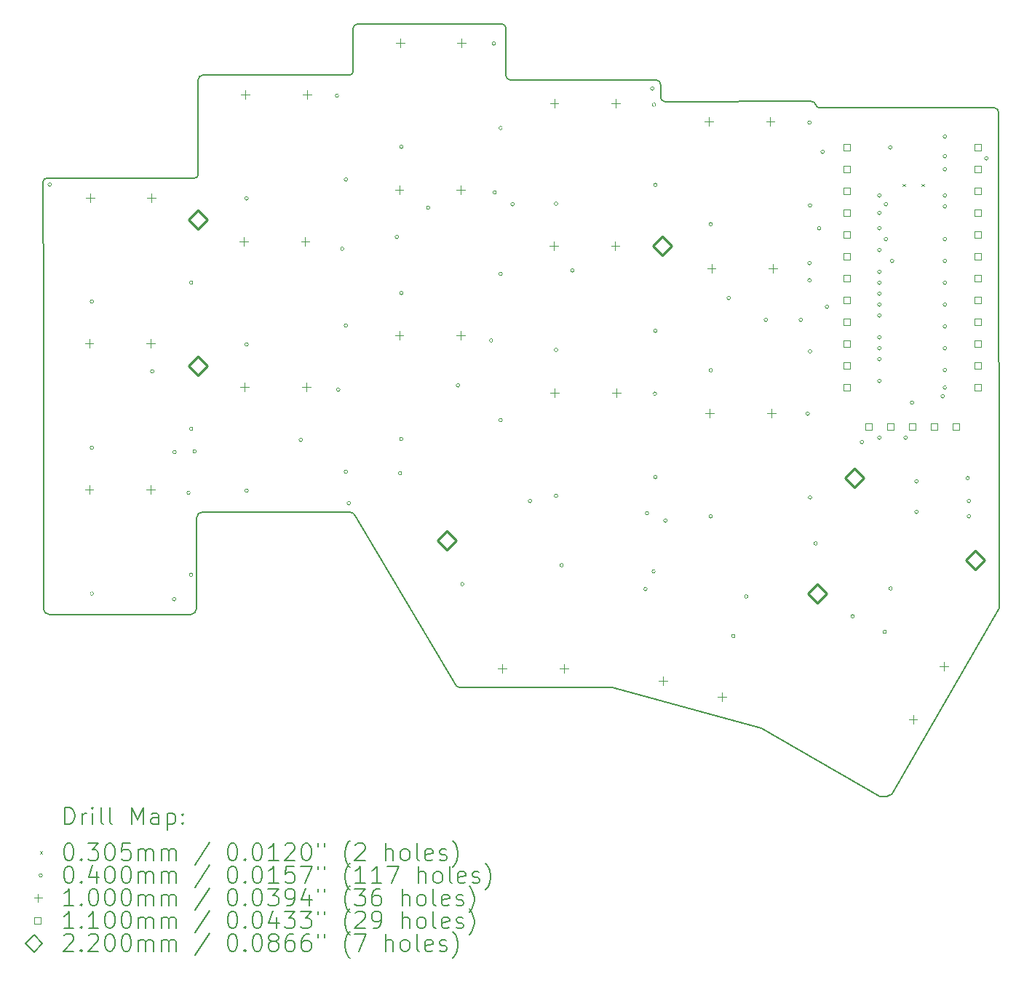
<source format=gbr>
%TF.GenerationSoftware,KiCad,Pcbnew,8.0.6*%
%TF.CreationDate,2024-11-01T11:01:27+01:00*%
%TF.ProjectId,temper,74656d70-6572-42e6-9b69-6361645f7063,1.0*%
%TF.SameCoordinates,Original*%
%TF.FileFunction,Drillmap*%
%TF.FilePolarity,Positive*%
%FSLAX45Y45*%
G04 Gerber Fmt 4.5, Leading zero omitted, Abs format (unit mm)*
G04 Created by KiCad (PCBNEW 8.0.6) date 2024-11-01 11:01:27*
%MOMM*%
%LPD*%
G01*
G04 APERTURE LIST*
%ADD10C,0.150000*%
%ADD11C,0.200000*%
%ADD12C,0.100000*%
%ADD13C,0.110000*%
%ADD14C,0.220000*%
G04 APERTURE END LIST*
D10*
X18762000Y-5380500D02*
X16733040Y-5381502D01*
X9451545Y-6202085D02*
X7741920Y-6197600D01*
X17576800Y-13365480D02*
X18821400Y-11201400D01*
X16047720Y-12598400D02*
X17428867Y-13395960D01*
X12537440Y-12124081D02*
X14315440Y-12125960D01*
X16636050Y-5305500D02*
G75*
G02*
X16685040Y-5345502I0J-50000D01*
G01*
X16733040Y-5381502D02*
G75*
G02*
X16685039Y-5345502I0J50002D01*
G01*
X16636050Y-5305500D02*
X14929320Y-5306902D01*
X9501545Y-6152085D02*
G75*
G02*
X9451545Y-6202085I-50005J5D01*
G01*
X9501712Y-5050682D02*
G75*
G02*
X9551712Y-5000682I49998J2D01*
G01*
X13031000Y-4403620D02*
X11353000Y-4404955D01*
X13081000Y-5005340D02*
X13081000Y-4453620D01*
X14829320Y-5056902D02*
X13131000Y-5055340D01*
X14879320Y-5256902D02*
X14879320Y-5106902D01*
X9501712Y-5050682D02*
X9501545Y-6152085D01*
X11254712Y-5000682D02*
X9551712Y-5000682D01*
X11303000Y-4454955D02*
X11304712Y-4950682D01*
X11304712Y-4950682D02*
G75*
G02*
X11254712Y-5000682I-50002J2D01*
G01*
X11303000Y-4454955D02*
G75*
G02*
X11353000Y-4404960I50000J-5D01*
G01*
X13031000Y-4403620D02*
G75*
G02*
X13081000Y-4453620I0J-50000D01*
G01*
X13131000Y-5055340D02*
G75*
G02*
X13081000Y-5005340I0J50000D01*
G01*
X14829320Y-5056902D02*
G75*
G02*
X14879318Y-5106902I0J-49998D01*
G01*
X14929320Y-5306902D02*
G75*
G02*
X14879318Y-5256902I0J50002D01*
G01*
X18762000Y-5380500D02*
G75*
G02*
X18812000Y-5430500I0J-50000D01*
G01*
X9545320Y-10086265D02*
X11262360Y-10086265D01*
X9479280Y-11074400D02*
X9484360Y-10147225D01*
X11262360Y-10086265D02*
G75*
G02*
X11329486Y-10129488I0J-73735D01*
G01*
X12537440Y-12124081D02*
G75*
G02*
X12501880Y-12110720I0J54001D01*
G01*
X17576800Y-13365480D02*
G75*
G02*
X17428867Y-13395959I-103930J130190D01*
G01*
X7701280Y-9377680D02*
X7701280Y-11074400D01*
X7696200Y-6243320D02*
X7701280Y-7670800D01*
X18812000Y-5430500D02*
X18821400Y-11201400D01*
X9479280Y-11211560D02*
X9479280Y-11074400D01*
X9484360Y-10147225D02*
G75*
G02*
X9545320Y-10086270I60960J-5D01*
G01*
X9479280Y-11211560D02*
G75*
G02*
X9413240Y-11277600I-66040J0D01*
G01*
X7701280Y-11211560D02*
X7701280Y-11074400D01*
X7701280Y-7670800D02*
X7701280Y-9377680D01*
X11329486Y-10129488D02*
X12501880Y-12110720D01*
X7696200Y-6243320D02*
G75*
G02*
X7741920Y-6197600I45720J0D01*
G01*
X7767320Y-11277600D02*
X9413240Y-11277600D01*
X14315440Y-12125960D02*
X16047720Y-12598400D01*
X7767320Y-11277600D02*
G75*
G02*
X7701280Y-11211560I0J66040D01*
G01*
D11*
D12*
X17697160Y-6265720D02*
X17727640Y-6296200D01*
X17727640Y-6265720D02*
X17697160Y-6296200D01*
X17917200Y-6265720D02*
X17947680Y-6296200D01*
X17947680Y-6265720D02*
X17917200Y-6296200D01*
X7792400Y-6273800D02*
G75*
G02*
X7752400Y-6273800I-20000J0D01*
G01*
X7752400Y-6273800D02*
G75*
G02*
X7792400Y-6273800I20000J0D01*
G01*
X8283500Y-7635000D02*
G75*
G02*
X8243500Y-7635000I-20000J0D01*
G01*
X8243500Y-7635000D02*
G75*
G02*
X8283500Y-7635000I20000J0D01*
G01*
X8283500Y-9335000D02*
G75*
G02*
X8243500Y-9335000I-20000J0D01*
G01*
X8243500Y-9335000D02*
G75*
G02*
X8283500Y-9335000I20000J0D01*
G01*
X8283500Y-11035000D02*
G75*
G02*
X8243500Y-11035000I-20000J0D01*
G01*
X8243500Y-11035000D02*
G75*
G02*
X8283500Y-11035000I20000J0D01*
G01*
X8986200Y-8445500D02*
G75*
G02*
X8946200Y-8445500I-20000J0D01*
G01*
X8946200Y-8445500D02*
G75*
G02*
X8986200Y-8445500I20000J0D01*
G01*
X9240200Y-11099800D02*
G75*
G02*
X9200200Y-11099800I-20000J0D01*
G01*
X9200200Y-11099800D02*
G75*
G02*
X9240200Y-11099800I20000J0D01*
G01*
X9245280Y-9387840D02*
G75*
G02*
X9205280Y-9387840I-20000J0D01*
G01*
X9205280Y-9387840D02*
G75*
G02*
X9245280Y-9387840I20000J0D01*
G01*
X9407840Y-9860280D02*
G75*
G02*
X9367840Y-9860280I-20000J0D01*
G01*
X9367840Y-9860280D02*
G75*
G02*
X9407840Y-9860280I20000J0D01*
G01*
X9438500Y-7415000D02*
G75*
G02*
X9398500Y-7415000I-20000J0D01*
G01*
X9398500Y-7415000D02*
G75*
G02*
X9438500Y-7415000I20000J0D01*
G01*
X9438500Y-9115000D02*
G75*
G02*
X9398500Y-9115000I-20000J0D01*
G01*
X9398500Y-9115000D02*
G75*
G02*
X9438500Y-9115000I20000J0D01*
G01*
X9438500Y-10815000D02*
G75*
G02*
X9398500Y-10815000I-20000J0D01*
G01*
X9398500Y-10815000D02*
G75*
G02*
X9438500Y-10815000I20000J0D01*
G01*
X9478960Y-9377680D02*
G75*
G02*
X9438960Y-9377680I-20000J0D01*
G01*
X9438960Y-9377680D02*
G75*
G02*
X9478960Y-9377680I20000J0D01*
G01*
X10083500Y-6435000D02*
G75*
G02*
X10043500Y-6435000I-20000J0D01*
G01*
X10043500Y-6435000D02*
G75*
G02*
X10083500Y-6435000I20000J0D01*
G01*
X10083500Y-8135000D02*
G75*
G02*
X10043500Y-8135000I-20000J0D01*
G01*
X10043500Y-8135000D02*
G75*
G02*
X10083500Y-8135000I20000J0D01*
G01*
X10083500Y-9835000D02*
G75*
G02*
X10043500Y-9835000I-20000J0D01*
G01*
X10043500Y-9835000D02*
G75*
G02*
X10083500Y-9835000I20000J0D01*
G01*
X10713400Y-9245600D02*
G75*
G02*
X10673400Y-9245600I-20000J0D01*
G01*
X10673400Y-9245600D02*
G75*
G02*
X10713400Y-9245600I20000J0D01*
G01*
X11135040Y-5237480D02*
G75*
G02*
X11095040Y-5237480I-20000J0D01*
G01*
X11095040Y-5237480D02*
G75*
G02*
X11135040Y-5237480I20000J0D01*
G01*
X11150280Y-8661400D02*
G75*
G02*
X11110280Y-8661400I-20000J0D01*
G01*
X11110280Y-8661400D02*
G75*
G02*
X11150280Y-8661400I20000J0D01*
G01*
X11196000Y-7020560D02*
G75*
G02*
X11156000Y-7020560I-20000J0D01*
G01*
X11156000Y-7020560D02*
G75*
G02*
X11196000Y-7020560I20000J0D01*
G01*
X11238500Y-6215000D02*
G75*
G02*
X11198500Y-6215000I-20000J0D01*
G01*
X11198500Y-6215000D02*
G75*
G02*
X11238500Y-6215000I20000J0D01*
G01*
X11238500Y-7915000D02*
G75*
G02*
X11198500Y-7915000I-20000J0D01*
G01*
X11198500Y-7915000D02*
G75*
G02*
X11238500Y-7915000I20000J0D01*
G01*
X11238500Y-9615000D02*
G75*
G02*
X11198500Y-9615000I-20000J0D01*
G01*
X11198500Y-9615000D02*
G75*
G02*
X11238500Y-9615000I20000J0D01*
G01*
X11272200Y-9982200D02*
G75*
G02*
X11232200Y-9982200I-20000J0D01*
G01*
X11232200Y-9982200D02*
G75*
G02*
X11272200Y-9982200I20000J0D01*
G01*
X11831000Y-6883400D02*
G75*
G02*
X11791000Y-6883400I-20000J0D01*
G01*
X11791000Y-6883400D02*
G75*
G02*
X11831000Y-6883400I20000J0D01*
G01*
X11868000Y-9633450D02*
G75*
G02*
X11828000Y-9633450I-20000J0D01*
G01*
X11828000Y-9633450D02*
G75*
G02*
X11868000Y-9633450I20000J0D01*
G01*
X11883500Y-5835000D02*
G75*
G02*
X11843500Y-5835000I-20000J0D01*
G01*
X11843500Y-5835000D02*
G75*
G02*
X11883500Y-5835000I20000J0D01*
G01*
X11883500Y-7535000D02*
G75*
G02*
X11843500Y-7535000I-20000J0D01*
G01*
X11843500Y-7535000D02*
G75*
G02*
X11883500Y-7535000I20000J0D01*
G01*
X11883500Y-9235000D02*
G75*
G02*
X11843500Y-9235000I-20000J0D01*
G01*
X11843500Y-9235000D02*
G75*
G02*
X11883500Y-9235000I20000J0D01*
G01*
X12196760Y-6543040D02*
G75*
G02*
X12156760Y-6543040I-20000J0D01*
G01*
X12156760Y-6543040D02*
G75*
G02*
X12196760Y-6543040I20000J0D01*
G01*
X12542200Y-8610600D02*
G75*
G02*
X12502200Y-8610600I-20000J0D01*
G01*
X12502200Y-8610600D02*
G75*
G02*
X12542200Y-8610600I20000J0D01*
G01*
X12593500Y-10924000D02*
G75*
G02*
X12553500Y-10924000I-20000J0D01*
G01*
X12553500Y-10924000D02*
G75*
G02*
X12593500Y-10924000I20000J0D01*
G01*
X12928280Y-8087360D02*
G75*
G02*
X12888280Y-8087360I-20000J0D01*
G01*
X12888280Y-8087360D02*
G75*
G02*
X12928280Y-8087360I20000J0D01*
G01*
X12958760Y-4632960D02*
G75*
G02*
X12918760Y-4632960I-20000J0D01*
G01*
X12918760Y-4632960D02*
G75*
G02*
X12958760Y-4632960I20000J0D01*
G01*
X12968920Y-6365240D02*
G75*
G02*
X12928920Y-6365240I-20000J0D01*
G01*
X12928920Y-6365240D02*
G75*
G02*
X12968920Y-6365240I20000J0D01*
G01*
X13038500Y-5615000D02*
G75*
G02*
X12998500Y-5615000I-20000J0D01*
G01*
X12998500Y-5615000D02*
G75*
G02*
X13038500Y-5615000I20000J0D01*
G01*
X13038500Y-7315000D02*
G75*
G02*
X12998500Y-7315000I-20000J0D01*
G01*
X12998500Y-7315000D02*
G75*
G02*
X13038500Y-7315000I20000J0D01*
G01*
X13038500Y-9015000D02*
G75*
G02*
X12998500Y-9015000I-20000J0D01*
G01*
X12998500Y-9015000D02*
G75*
G02*
X13038500Y-9015000I20000J0D01*
G01*
X13177200Y-6502400D02*
G75*
G02*
X13137200Y-6502400I-20000J0D01*
G01*
X13137200Y-6502400D02*
G75*
G02*
X13177200Y-6502400I20000J0D01*
G01*
X13380400Y-9956800D02*
G75*
G02*
X13340400Y-9956800I-20000J0D01*
G01*
X13340400Y-9956800D02*
G75*
G02*
X13380400Y-9956800I20000J0D01*
G01*
X13683500Y-6497000D02*
G75*
G02*
X13643500Y-6497000I-20000J0D01*
G01*
X13643500Y-6497000D02*
G75*
G02*
X13683500Y-6497000I20000J0D01*
G01*
X13683500Y-8197000D02*
G75*
G02*
X13643500Y-8197000I-20000J0D01*
G01*
X13643500Y-8197000D02*
G75*
G02*
X13683500Y-8197000I20000J0D01*
G01*
X13683500Y-9897500D02*
G75*
G02*
X13643500Y-9897500I-20000J0D01*
G01*
X13643500Y-9897500D02*
G75*
G02*
X13683500Y-9897500I20000J0D01*
G01*
X13748500Y-10704000D02*
G75*
G02*
X13708500Y-10704000I-20000J0D01*
G01*
X13708500Y-10704000D02*
G75*
G02*
X13748500Y-10704000I20000J0D01*
G01*
X13873160Y-7274560D02*
G75*
G02*
X13833160Y-7274560I-20000J0D01*
G01*
X13833160Y-7274560D02*
G75*
G02*
X13873160Y-7274560I20000J0D01*
G01*
X14723753Y-10981605D02*
G75*
G02*
X14683753Y-10981605I-20000J0D01*
G01*
X14683753Y-10981605D02*
G75*
G02*
X14723753Y-10981605I20000J0D01*
G01*
X14741840Y-10099040D02*
G75*
G02*
X14701840Y-10099040I-20000J0D01*
G01*
X14701840Y-10099040D02*
G75*
G02*
X14741840Y-10099040I20000J0D01*
G01*
X14802800Y-5156200D02*
G75*
G02*
X14762800Y-5156200I-20000J0D01*
G01*
X14762800Y-5156200D02*
G75*
G02*
X14802800Y-5156200I20000J0D01*
G01*
X14818040Y-10774680D02*
G75*
G02*
X14778040Y-10774680I-20000J0D01*
G01*
X14778040Y-10774680D02*
G75*
G02*
X14818040Y-10774680I20000J0D01*
G01*
X14823120Y-5344160D02*
G75*
G02*
X14783120Y-5344160I-20000J0D01*
G01*
X14783120Y-5344160D02*
G75*
G02*
X14823120Y-5344160I20000J0D01*
G01*
X14833280Y-8707120D02*
G75*
G02*
X14793280Y-8707120I-20000J0D01*
G01*
X14793280Y-8707120D02*
G75*
G02*
X14833280Y-8707120I20000J0D01*
G01*
X14838500Y-6277000D02*
G75*
G02*
X14798500Y-6277000I-20000J0D01*
G01*
X14798500Y-6277000D02*
G75*
G02*
X14838500Y-6277000I20000J0D01*
G01*
X14838500Y-7977000D02*
G75*
G02*
X14798500Y-7977000I-20000J0D01*
G01*
X14798500Y-7977000D02*
G75*
G02*
X14838500Y-7977000I20000J0D01*
G01*
X14838500Y-9677500D02*
G75*
G02*
X14798500Y-9677500I-20000J0D01*
G01*
X14798500Y-9677500D02*
G75*
G02*
X14838500Y-9677500I20000J0D01*
G01*
X14955200Y-10185400D02*
G75*
G02*
X14915200Y-10185400I-20000J0D01*
G01*
X14915200Y-10185400D02*
G75*
G02*
X14955200Y-10185400I20000J0D01*
G01*
X15483500Y-6735000D02*
G75*
G02*
X15443500Y-6735000I-20000J0D01*
G01*
X15443500Y-6735000D02*
G75*
G02*
X15483500Y-6735000I20000J0D01*
G01*
X15483500Y-8435000D02*
G75*
G02*
X15443500Y-8435000I-20000J0D01*
G01*
X15443500Y-8435000D02*
G75*
G02*
X15483500Y-8435000I20000J0D01*
G01*
X15483500Y-10135000D02*
G75*
G02*
X15443500Y-10135000I-20000J0D01*
G01*
X15443500Y-10135000D02*
G75*
G02*
X15483500Y-10135000I20000J0D01*
G01*
X15691800Y-7594600D02*
G75*
G02*
X15651800Y-7594600I-20000J0D01*
G01*
X15651800Y-7594600D02*
G75*
G02*
X15691800Y-7594600I20000J0D01*
G01*
X15745140Y-11529060D02*
G75*
G02*
X15705140Y-11529060I-20000J0D01*
G01*
X15705140Y-11529060D02*
G75*
G02*
X15745140Y-11529060I20000J0D01*
G01*
X15896338Y-11068037D02*
G75*
G02*
X15856338Y-11068037I-20000J0D01*
G01*
X15856338Y-11068037D02*
G75*
G02*
X15896338Y-11068037I20000J0D01*
G01*
X16123600Y-7848600D02*
G75*
G02*
X16083600Y-7848600I-20000J0D01*
G01*
X16083600Y-7848600D02*
G75*
G02*
X16123600Y-7848600I20000J0D01*
G01*
X16530000Y-7848600D02*
G75*
G02*
X16490000Y-7848600I-20000J0D01*
G01*
X16490000Y-7848600D02*
G75*
G02*
X16530000Y-7848600I20000J0D01*
G01*
X16611280Y-8940800D02*
G75*
G02*
X16571280Y-8940800I-20000J0D01*
G01*
X16571280Y-8940800D02*
G75*
G02*
X16611280Y-8940800I20000J0D01*
G01*
X16631600Y-5552440D02*
G75*
G02*
X16591600Y-5552440I-20000J0D01*
G01*
X16591600Y-5552440D02*
G75*
G02*
X16631600Y-5552440I20000J0D01*
G01*
X16631600Y-7188200D02*
G75*
G02*
X16591600Y-7188200I-20000J0D01*
G01*
X16591600Y-7188200D02*
G75*
G02*
X16631600Y-7188200I20000J0D01*
G01*
X16631600Y-7386320D02*
G75*
G02*
X16591600Y-7386320I-20000J0D01*
G01*
X16591600Y-7386320D02*
G75*
G02*
X16631600Y-7386320I20000J0D01*
G01*
X16638500Y-6515000D02*
G75*
G02*
X16598500Y-6515000I-20000J0D01*
G01*
X16598500Y-6515000D02*
G75*
G02*
X16638500Y-6515000I20000J0D01*
G01*
X16638500Y-8215000D02*
G75*
G02*
X16598500Y-8215000I-20000J0D01*
G01*
X16598500Y-8215000D02*
G75*
G02*
X16638500Y-8215000I20000J0D01*
G01*
X16638500Y-9915000D02*
G75*
G02*
X16598500Y-9915000I-20000J0D01*
G01*
X16598500Y-9915000D02*
G75*
G02*
X16638500Y-9915000I20000J0D01*
G01*
X16703000Y-10449560D02*
G75*
G02*
X16663000Y-10449560I-20000J0D01*
G01*
X16663000Y-10449560D02*
G75*
G02*
X16703000Y-10449560I20000J0D01*
G01*
X16743360Y-6781800D02*
G75*
G02*
X16703360Y-6781800I-20000J0D01*
G01*
X16703360Y-6781800D02*
G75*
G02*
X16743360Y-6781800I20000J0D01*
G01*
X16784000Y-5892800D02*
G75*
G02*
X16744000Y-5892800I-20000J0D01*
G01*
X16744000Y-5892800D02*
G75*
G02*
X16784000Y-5892800I20000J0D01*
G01*
X16834800Y-7696200D02*
G75*
G02*
X16794800Y-7696200I-20000J0D01*
G01*
X16794800Y-7696200D02*
G75*
G02*
X16834800Y-7696200I20000J0D01*
G01*
X17134465Y-11297877D02*
G75*
G02*
X17094465Y-11297877I-20000J0D01*
G01*
X17094465Y-11297877D02*
G75*
G02*
X17134465Y-11297877I20000J0D01*
G01*
X17241200Y-9271000D02*
G75*
G02*
X17201200Y-9271000I-20000J0D01*
G01*
X17201200Y-9271000D02*
G75*
G02*
X17241200Y-9271000I20000J0D01*
G01*
X17444400Y-6400800D02*
G75*
G02*
X17404400Y-6400800I-20000J0D01*
G01*
X17404400Y-6400800D02*
G75*
G02*
X17444400Y-6400800I20000J0D01*
G01*
X17444400Y-6604000D02*
G75*
G02*
X17404400Y-6604000I-20000J0D01*
G01*
X17404400Y-6604000D02*
G75*
G02*
X17444400Y-6604000I20000J0D01*
G01*
X17444400Y-6781800D02*
G75*
G02*
X17404400Y-6781800I-20000J0D01*
G01*
X17404400Y-6781800D02*
G75*
G02*
X17444400Y-6781800I20000J0D01*
G01*
X17444400Y-7035800D02*
G75*
G02*
X17404400Y-7035800I-20000J0D01*
G01*
X17404400Y-7035800D02*
G75*
G02*
X17444400Y-7035800I20000J0D01*
G01*
X17444400Y-7289800D02*
G75*
G02*
X17404400Y-7289800I-20000J0D01*
G01*
X17404400Y-7289800D02*
G75*
G02*
X17444400Y-7289800I20000J0D01*
G01*
X17444400Y-7416800D02*
G75*
G02*
X17404400Y-7416800I-20000J0D01*
G01*
X17404400Y-7416800D02*
G75*
G02*
X17444400Y-7416800I20000J0D01*
G01*
X17444400Y-7543800D02*
G75*
G02*
X17404400Y-7543800I-20000J0D01*
G01*
X17404400Y-7543800D02*
G75*
G02*
X17444400Y-7543800I20000J0D01*
G01*
X17444400Y-7670800D02*
G75*
G02*
X17404400Y-7670800I-20000J0D01*
G01*
X17404400Y-7670800D02*
G75*
G02*
X17444400Y-7670800I20000J0D01*
G01*
X17444400Y-7797800D02*
G75*
G02*
X17404400Y-7797800I-20000J0D01*
G01*
X17404400Y-7797800D02*
G75*
G02*
X17444400Y-7797800I20000J0D01*
G01*
X17444400Y-8051800D02*
G75*
G02*
X17404400Y-8051800I-20000J0D01*
G01*
X17404400Y-8051800D02*
G75*
G02*
X17444400Y-8051800I20000J0D01*
G01*
X17444400Y-8178800D02*
G75*
G02*
X17404400Y-8178800I-20000J0D01*
G01*
X17404400Y-8178800D02*
G75*
G02*
X17444400Y-8178800I20000J0D01*
G01*
X17444400Y-8305800D02*
G75*
G02*
X17404400Y-8305800I-20000J0D01*
G01*
X17404400Y-8305800D02*
G75*
G02*
X17444400Y-8305800I20000J0D01*
G01*
X17444400Y-8559800D02*
G75*
G02*
X17404400Y-8559800I-20000J0D01*
G01*
X17404400Y-8559800D02*
G75*
G02*
X17444400Y-8559800I20000J0D01*
G01*
X17444400Y-9220200D02*
G75*
G02*
X17404400Y-9220200I-20000J0D01*
G01*
X17404400Y-9220200D02*
G75*
G02*
X17444400Y-9220200I20000J0D01*
G01*
X17506630Y-11479530D02*
G75*
G02*
X17466630Y-11479530I-20000J0D01*
G01*
X17466630Y-11479530D02*
G75*
G02*
X17506630Y-11479530I20000J0D01*
G01*
X17520600Y-6502400D02*
G75*
G02*
X17480600Y-6502400I-20000J0D01*
G01*
X17480600Y-6502400D02*
G75*
G02*
X17520600Y-6502400I20000J0D01*
G01*
X17520600Y-6908800D02*
G75*
G02*
X17480600Y-6908800I-20000J0D01*
G01*
X17480600Y-6908800D02*
G75*
G02*
X17520600Y-6908800I20000J0D01*
G01*
X17571400Y-5842000D02*
G75*
G02*
X17531400Y-5842000I-20000J0D01*
G01*
X17531400Y-5842000D02*
G75*
G02*
X17571400Y-5842000I20000J0D01*
G01*
X17574991Y-10974864D02*
G75*
G02*
X17534991Y-10974864I-20000J0D01*
G01*
X17534991Y-10974864D02*
G75*
G02*
X17574991Y-10974864I20000J0D01*
G01*
X17593050Y-7162800D02*
G75*
G02*
X17553050Y-7162800I-20000J0D01*
G01*
X17553050Y-7162800D02*
G75*
G02*
X17593050Y-7162800I20000J0D01*
G01*
X17749200Y-9220200D02*
G75*
G02*
X17709200Y-9220200I-20000J0D01*
G01*
X17709200Y-9220200D02*
G75*
G02*
X17749200Y-9220200I20000J0D01*
G01*
X17825400Y-8810050D02*
G75*
G02*
X17785400Y-8810050I-20000J0D01*
G01*
X17785400Y-8810050D02*
G75*
G02*
X17825400Y-8810050I20000J0D01*
G01*
X17876200Y-9728200D02*
G75*
G02*
X17836200Y-9728200I-20000J0D01*
G01*
X17836200Y-9728200D02*
G75*
G02*
X17876200Y-9728200I20000J0D01*
G01*
X17876200Y-10083800D02*
G75*
G02*
X17836200Y-10083800I-20000J0D01*
G01*
X17836200Y-10083800D02*
G75*
G02*
X17876200Y-10083800I20000J0D01*
G01*
X18181000Y-8737600D02*
G75*
G02*
X18141000Y-8737600I-20000J0D01*
G01*
X18141000Y-8737600D02*
G75*
G02*
X18181000Y-8737600I20000J0D01*
G01*
X18206303Y-8636762D02*
G75*
G02*
X18166303Y-8636762I-20000J0D01*
G01*
X18166303Y-8636762D02*
G75*
G02*
X18206303Y-8636762I20000J0D01*
G01*
X18206400Y-5715000D02*
G75*
G02*
X18166400Y-5715000I-20000J0D01*
G01*
X18166400Y-5715000D02*
G75*
G02*
X18206400Y-5715000I20000J0D01*
G01*
X18206400Y-5943600D02*
G75*
G02*
X18166400Y-5943600I-20000J0D01*
G01*
X18166400Y-5943600D02*
G75*
G02*
X18206400Y-5943600I20000J0D01*
G01*
X18206400Y-6096000D02*
G75*
G02*
X18166400Y-6096000I-20000J0D01*
G01*
X18166400Y-6096000D02*
G75*
G02*
X18206400Y-6096000I20000J0D01*
G01*
X18206400Y-6400800D02*
G75*
G02*
X18166400Y-6400800I-20000J0D01*
G01*
X18166400Y-6400800D02*
G75*
G02*
X18206400Y-6400800I20000J0D01*
G01*
X18206400Y-6527800D02*
G75*
G02*
X18166400Y-6527800I-20000J0D01*
G01*
X18166400Y-6527800D02*
G75*
G02*
X18206400Y-6527800I20000J0D01*
G01*
X18206400Y-6908800D02*
G75*
G02*
X18166400Y-6908800I-20000J0D01*
G01*
X18166400Y-6908800D02*
G75*
G02*
X18206400Y-6908800I20000J0D01*
G01*
X18206400Y-7162800D02*
G75*
G02*
X18166400Y-7162800I-20000J0D01*
G01*
X18166400Y-7162800D02*
G75*
G02*
X18206400Y-7162800I20000J0D01*
G01*
X18206400Y-7416800D02*
G75*
G02*
X18166400Y-7416800I-20000J0D01*
G01*
X18166400Y-7416800D02*
G75*
G02*
X18206400Y-7416800I20000J0D01*
G01*
X18206400Y-7670800D02*
G75*
G02*
X18166400Y-7670800I-20000J0D01*
G01*
X18166400Y-7670800D02*
G75*
G02*
X18206400Y-7670800I20000J0D01*
G01*
X18206400Y-7924800D02*
G75*
G02*
X18166400Y-7924800I-20000J0D01*
G01*
X18166400Y-7924800D02*
G75*
G02*
X18206400Y-7924800I20000J0D01*
G01*
X18206400Y-8178800D02*
G75*
G02*
X18166400Y-8178800I-20000J0D01*
G01*
X18166400Y-8178800D02*
G75*
G02*
X18206400Y-8178800I20000J0D01*
G01*
X18206400Y-8432800D02*
G75*
G02*
X18166400Y-8432800I-20000J0D01*
G01*
X18166400Y-8432800D02*
G75*
G02*
X18206400Y-8432800I20000J0D01*
G01*
X18473100Y-9690100D02*
G75*
G02*
X18433100Y-9690100I-20000J0D01*
G01*
X18433100Y-9690100D02*
G75*
G02*
X18473100Y-9690100I20000J0D01*
G01*
X18485800Y-9956800D02*
G75*
G02*
X18445800Y-9956800I-20000J0D01*
G01*
X18445800Y-9956800D02*
G75*
G02*
X18485800Y-9956800I20000J0D01*
G01*
X18485800Y-10134600D02*
G75*
G02*
X18445800Y-10134600I-20000J0D01*
G01*
X18445800Y-10134600D02*
G75*
G02*
X18485800Y-10134600I20000J0D01*
G01*
X18689000Y-5969000D02*
G75*
G02*
X18649000Y-5969000I-20000J0D01*
G01*
X18649000Y-5969000D02*
G75*
G02*
X18689000Y-5969000I20000J0D01*
G01*
X8232680Y-8072920D02*
X8232680Y-8172920D01*
X8182680Y-8122920D02*
X8282680Y-8122920D01*
X8232680Y-9774720D02*
X8232680Y-9874720D01*
X8182680Y-9824720D02*
X8282680Y-9824720D01*
X8242840Y-6381280D02*
X8242840Y-6481280D01*
X8192840Y-6431280D02*
X8292840Y-6431280D01*
X8947880Y-8072920D02*
X8947880Y-8172920D01*
X8897880Y-8122920D02*
X8997880Y-8122920D01*
X8947880Y-9774720D02*
X8947880Y-9874720D01*
X8897880Y-9824720D02*
X8997880Y-9824720D01*
X8958040Y-6381280D02*
X8958040Y-6481280D01*
X8908040Y-6431280D02*
X9008040Y-6431280D01*
X10031000Y-6884200D02*
X10031000Y-6984200D01*
X9981000Y-6934200D02*
X10081000Y-6934200D01*
X10041160Y-8580920D02*
X10041160Y-8680920D01*
X9991160Y-8630920D02*
X10091160Y-8630920D01*
X10051320Y-5177320D02*
X10051320Y-5277320D01*
X10001320Y-5227320D02*
X10101320Y-5227320D01*
X10746200Y-6884200D02*
X10746200Y-6984200D01*
X10696200Y-6934200D02*
X10796200Y-6934200D01*
X10756360Y-8580920D02*
X10756360Y-8680920D01*
X10706360Y-8630920D02*
X10806360Y-8630920D01*
X10766520Y-5177320D02*
X10766520Y-5277320D01*
X10716520Y-5227320D02*
X10816520Y-5227320D01*
X11839480Y-6284760D02*
X11839480Y-6384760D01*
X11789480Y-6334760D02*
X11889480Y-6334760D01*
X11839480Y-7981480D02*
X11839480Y-8081480D01*
X11789480Y-8031480D02*
X11889480Y-8031480D01*
X11849640Y-4572800D02*
X11849640Y-4672800D01*
X11799640Y-4622800D02*
X11899640Y-4622800D01*
X12554680Y-6284760D02*
X12554680Y-6384760D01*
X12504680Y-6334760D02*
X12604680Y-6334760D01*
X12554680Y-7981480D02*
X12554680Y-8081480D01*
X12504680Y-8031480D02*
X12604680Y-8031480D01*
X12564840Y-4572800D02*
X12564840Y-4672800D01*
X12514840Y-4622800D02*
X12614840Y-4622800D01*
X13038360Y-11857520D02*
X13038360Y-11957520D01*
X12988360Y-11907520D02*
X13088360Y-11907520D01*
X13637800Y-6940080D02*
X13637800Y-7040080D01*
X13587800Y-6990080D02*
X13687800Y-6990080D01*
X13642880Y-5278920D02*
X13642880Y-5378920D01*
X13592880Y-5328920D02*
X13692880Y-5328920D01*
X13647960Y-8646960D02*
X13647960Y-8746960D01*
X13597960Y-8696960D02*
X13697960Y-8696960D01*
X13753560Y-11857520D02*
X13753560Y-11957520D01*
X13703560Y-11907520D02*
X13803560Y-11907520D01*
X14353000Y-6940080D02*
X14353000Y-7040080D01*
X14303000Y-6990080D02*
X14403000Y-6990080D01*
X14358080Y-5278920D02*
X14358080Y-5378920D01*
X14308080Y-5328920D02*
X14408080Y-5328920D01*
X14363160Y-8646960D02*
X14363160Y-8746960D01*
X14313160Y-8696960D02*
X14413160Y-8696960D01*
X14906013Y-12003506D02*
X14906013Y-12103506D01*
X14856013Y-12053506D02*
X14956013Y-12053506D01*
X15441200Y-5492280D02*
X15441200Y-5592280D01*
X15391200Y-5542280D02*
X15491200Y-5542280D01*
X15451360Y-8885720D02*
X15451360Y-8985720D01*
X15401360Y-8935720D02*
X15501360Y-8935720D01*
X15471680Y-7199160D02*
X15471680Y-7299160D01*
X15421680Y-7249160D02*
X15521680Y-7249160D01*
X15596843Y-12188613D02*
X15596843Y-12288613D01*
X15546843Y-12238613D02*
X15646843Y-12238613D01*
X16156400Y-5492280D02*
X16156400Y-5592280D01*
X16106400Y-5542280D02*
X16206400Y-5542280D01*
X16166560Y-8885720D02*
X16166560Y-8985720D01*
X16116560Y-8935720D02*
X16216560Y-8935720D01*
X16186880Y-7199160D02*
X16186880Y-7299160D01*
X16136880Y-7249160D02*
X16236880Y-7249160D01*
X17817017Y-12449234D02*
X17817017Y-12549234D01*
X17767017Y-12499234D02*
X17867017Y-12499234D01*
X18174617Y-11829853D02*
X18174617Y-11929853D01*
X18124617Y-11879853D02*
X18224617Y-11879853D01*
D13*
X17082291Y-5880891D02*
X17082291Y-5803109D01*
X17004509Y-5803109D01*
X17004509Y-5880891D01*
X17082291Y-5880891D01*
X17082291Y-6134891D02*
X17082291Y-6057109D01*
X17004509Y-6057109D01*
X17004509Y-6134891D01*
X17082291Y-6134891D01*
X17082291Y-6388891D02*
X17082291Y-6311109D01*
X17004509Y-6311109D01*
X17004509Y-6388891D01*
X17082291Y-6388891D01*
X17082291Y-6642891D02*
X17082291Y-6565109D01*
X17004509Y-6565109D01*
X17004509Y-6642891D01*
X17082291Y-6642891D01*
X17082291Y-6896891D02*
X17082291Y-6819109D01*
X17004509Y-6819109D01*
X17004509Y-6896891D01*
X17082291Y-6896891D01*
X17082291Y-7150891D02*
X17082291Y-7073109D01*
X17004509Y-7073109D01*
X17004509Y-7150891D01*
X17082291Y-7150891D01*
X17082291Y-7404891D02*
X17082291Y-7327109D01*
X17004509Y-7327109D01*
X17004509Y-7404891D01*
X17082291Y-7404891D01*
X17082291Y-7658891D02*
X17082291Y-7581109D01*
X17004509Y-7581109D01*
X17004509Y-7658891D01*
X17082291Y-7658891D01*
X17082291Y-7912891D02*
X17082291Y-7835109D01*
X17004509Y-7835109D01*
X17004509Y-7912891D01*
X17082291Y-7912891D01*
X17082291Y-8166891D02*
X17082291Y-8089109D01*
X17004509Y-8089109D01*
X17004509Y-8166891D01*
X17082291Y-8166891D01*
X17082291Y-8420891D02*
X17082291Y-8343109D01*
X17004509Y-8343109D01*
X17004509Y-8420891D01*
X17082291Y-8420891D01*
X17082291Y-8674891D02*
X17082291Y-8597109D01*
X17004509Y-8597109D01*
X17004509Y-8674891D01*
X17082291Y-8674891D01*
X17336291Y-9132091D02*
X17336291Y-9054309D01*
X17258509Y-9054309D01*
X17258509Y-9132091D01*
X17336291Y-9132091D01*
X17590291Y-9132091D02*
X17590291Y-9054309D01*
X17512509Y-9054309D01*
X17512509Y-9132091D01*
X17590291Y-9132091D01*
X17844291Y-9132091D02*
X17844291Y-9054309D01*
X17766509Y-9054309D01*
X17766509Y-9132091D01*
X17844291Y-9132091D01*
X18098291Y-9132091D02*
X18098291Y-9054309D01*
X18020509Y-9054309D01*
X18020509Y-9132091D01*
X18098291Y-9132091D01*
X18352291Y-9132091D02*
X18352291Y-9054309D01*
X18274509Y-9054309D01*
X18274509Y-9132091D01*
X18352291Y-9132091D01*
X18606291Y-5880891D02*
X18606291Y-5803109D01*
X18528509Y-5803109D01*
X18528509Y-5880891D01*
X18606291Y-5880891D01*
X18606291Y-6134891D02*
X18606291Y-6057109D01*
X18528509Y-6057109D01*
X18528509Y-6134891D01*
X18606291Y-6134891D01*
X18606291Y-6388891D02*
X18606291Y-6311109D01*
X18528509Y-6311109D01*
X18528509Y-6388891D01*
X18606291Y-6388891D01*
X18606291Y-6642891D02*
X18606291Y-6565109D01*
X18528509Y-6565109D01*
X18528509Y-6642891D01*
X18606291Y-6642891D01*
X18606291Y-6896891D02*
X18606291Y-6819109D01*
X18528509Y-6819109D01*
X18528509Y-6896891D01*
X18606291Y-6896891D01*
X18606291Y-7150891D02*
X18606291Y-7073109D01*
X18528509Y-7073109D01*
X18528509Y-7150891D01*
X18606291Y-7150891D01*
X18606291Y-7404891D02*
X18606291Y-7327109D01*
X18528509Y-7327109D01*
X18528509Y-7404891D01*
X18606291Y-7404891D01*
X18606291Y-7658891D02*
X18606291Y-7581109D01*
X18528509Y-7581109D01*
X18528509Y-7658891D01*
X18606291Y-7658891D01*
X18606291Y-7912891D02*
X18606291Y-7835109D01*
X18528509Y-7835109D01*
X18528509Y-7912891D01*
X18606291Y-7912891D01*
X18606291Y-8166891D02*
X18606291Y-8089109D01*
X18528509Y-8089109D01*
X18528509Y-8166891D01*
X18606291Y-8166891D01*
X18606291Y-8420891D02*
X18606291Y-8343109D01*
X18528509Y-8343109D01*
X18528509Y-8420891D01*
X18606291Y-8420891D01*
X18606291Y-8674891D02*
X18606291Y-8597109D01*
X18528509Y-8597109D01*
X18528509Y-8674891D01*
X18606291Y-8674891D01*
D14*
X9500000Y-6790200D02*
X9610000Y-6680200D01*
X9500000Y-6570200D01*
X9390000Y-6680200D01*
X9500000Y-6790200D01*
X9500000Y-8492000D02*
X9610000Y-8382000D01*
X9500000Y-8272000D01*
X9390000Y-8382000D01*
X9500000Y-8492000D01*
X12395200Y-10524000D02*
X12505200Y-10414000D01*
X12395200Y-10304000D01*
X12285200Y-10414000D01*
X12395200Y-10524000D01*
X14897100Y-7095000D02*
X15007100Y-6985000D01*
X14897100Y-6875000D01*
X14787100Y-6985000D01*
X14897100Y-7095000D01*
X16700500Y-11146300D02*
X16810500Y-11036300D01*
X16700500Y-10926300D01*
X16590500Y-11036300D01*
X16700500Y-11146300D01*
X17132300Y-9800100D02*
X17242300Y-9690100D01*
X17132300Y-9580100D01*
X17022300Y-9690100D01*
X17132300Y-9800100D01*
X18542000Y-10752600D02*
X18652000Y-10642600D01*
X18542000Y-10532600D01*
X18432000Y-10642600D01*
X18542000Y-10752600D01*
D11*
X7949477Y-13720860D02*
X7949477Y-13520860D01*
X7949477Y-13520860D02*
X7997096Y-13520860D01*
X7997096Y-13520860D02*
X8025667Y-13530384D01*
X8025667Y-13530384D02*
X8044715Y-13549431D01*
X8044715Y-13549431D02*
X8054239Y-13568479D01*
X8054239Y-13568479D02*
X8063762Y-13606574D01*
X8063762Y-13606574D02*
X8063762Y-13635145D01*
X8063762Y-13635145D02*
X8054239Y-13673241D01*
X8054239Y-13673241D02*
X8044715Y-13692288D01*
X8044715Y-13692288D02*
X8025667Y-13711336D01*
X8025667Y-13711336D02*
X7997096Y-13720860D01*
X7997096Y-13720860D02*
X7949477Y-13720860D01*
X8149477Y-13720860D02*
X8149477Y-13587526D01*
X8149477Y-13625622D02*
X8159001Y-13606574D01*
X8159001Y-13606574D02*
X8168524Y-13597050D01*
X8168524Y-13597050D02*
X8187572Y-13587526D01*
X8187572Y-13587526D02*
X8206620Y-13587526D01*
X8273286Y-13720860D02*
X8273286Y-13587526D01*
X8273286Y-13520860D02*
X8263762Y-13530384D01*
X8263762Y-13530384D02*
X8273286Y-13539907D01*
X8273286Y-13539907D02*
X8282810Y-13530384D01*
X8282810Y-13530384D02*
X8273286Y-13520860D01*
X8273286Y-13520860D02*
X8273286Y-13539907D01*
X8397096Y-13720860D02*
X8378048Y-13711336D01*
X8378048Y-13711336D02*
X8368524Y-13692288D01*
X8368524Y-13692288D02*
X8368524Y-13520860D01*
X8501858Y-13720860D02*
X8482810Y-13711336D01*
X8482810Y-13711336D02*
X8473286Y-13692288D01*
X8473286Y-13692288D02*
X8473286Y-13520860D01*
X8730429Y-13720860D02*
X8730429Y-13520860D01*
X8730429Y-13520860D02*
X8797096Y-13663717D01*
X8797096Y-13663717D02*
X8863763Y-13520860D01*
X8863763Y-13520860D02*
X8863763Y-13720860D01*
X9044715Y-13720860D02*
X9044715Y-13616098D01*
X9044715Y-13616098D02*
X9035191Y-13597050D01*
X9035191Y-13597050D02*
X9016144Y-13587526D01*
X9016144Y-13587526D02*
X8978048Y-13587526D01*
X8978048Y-13587526D02*
X8959001Y-13597050D01*
X9044715Y-13711336D02*
X9025667Y-13720860D01*
X9025667Y-13720860D02*
X8978048Y-13720860D01*
X8978048Y-13720860D02*
X8959001Y-13711336D01*
X8959001Y-13711336D02*
X8949477Y-13692288D01*
X8949477Y-13692288D02*
X8949477Y-13673241D01*
X8949477Y-13673241D02*
X8959001Y-13654193D01*
X8959001Y-13654193D02*
X8978048Y-13644669D01*
X8978048Y-13644669D02*
X9025667Y-13644669D01*
X9025667Y-13644669D02*
X9044715Y-13635145D01*
X9139953Y-13587526D02*
X9139953Y-13787526D01*
X9139953Y-13597050D02*
X9159001Y-13587526D01*
X9159001Y-13587526D02*
X9197096Y-13587526D01*
X9197096Y-13587526D02*
X9216144Y-13597050D01*
X9216144Y-13597050D02*
X9225667Y-13606574D01*
X9225667Y-13606574D02*
X9235191Y-13625622D01*
X9235191Y-13625622D02*
X9235191Y-13682764D01*
X9235191Y-13682764D02*
X9225667Y-13701812D01*
X9225667Y-13701812D02*
X9216144Y-13711336D01*
X9216144Y-13711336D02*
X9197096Y-13720860D01*
X9197096Y-13720860D02*
X9159001Y-13720860D01*
X9159001Y-13720860D02*
X9139953Y-13711336D01*
X9320905Y-13701812D02*
X9330429Y-13711336D01*
X9330429Y-13711336D02*
X9320905Y-13720860D01*
X9320905Y-13720860D02*
X9311382Y-13711336D01*
X9311382Y-13711336D02*
X9320905Y-13701812D01*
X9320905Y-13701812D02*
X9320905Y-13720860D01*
X9320905Y-13597050D02*
X9330429Y-13606574D01*
X9330429Y-13606574D02*
X9320905Y-13616098D01*
X9320905Y-13616098D02*
X9311382Y-13606574D01*
X9311382Y-13606574D02*
X9320905Y-13597050D01*
X9320905Y-13597050D02*
X9320905Y-13616098D01*
D12*
X7658220Y-14034136D02*
X7688700Y-14064616D01*
X7688700Y-14034136D02*
X7658220Y-14064616D01*
D11*
X7987572Y-13940860D02*
X8006620Y-13940860D01*
X8006620Y-13940860D02*
X8025667Y-13950384D01*
X8025667Y-13950384D02*
X8035191Y-13959907D01*
X8035191Y-13959907D02*
X8044715Y-13978955D01*
X8044715Y-13978955D02*
X8054239Y-14017050D01*
X8054239Y-14017050D02*
X8054239Y-14064669D01*
X8054239Y-14064669D02*
X8044715Y-14102764D01*
X8044715Y-14102764D02*
X8035191Y-14121812D01*
X8035191Y-14121812D02*
X8025667Y-14131336D01*
X8025667Y-14131336D02*
X8006620Y-14140860D01*
X8006620Y-14140860D02*
X7987572Y-14140860D01*
X7987572Y-14140860D02*
X7968524Y-14131336D01*
X7968524Y-14131336D02*
X7959001Y-14121812D01*
X7959001Y-14121812D02*
X7949477Y-14102764D01*
X7949477Y-14102764D02*
X7939953Y-14064669D01*
X7939953Y-14064669D02*
X7939953Y-14017050D01*
X7939953Y-14017050D02*
X7949477Y-13978955D01*
X7949477Y-13978955D02*
X7959001Y-13959907D01*
X7959001Y-13959907D02*
X7968524Y-13950384D01*
X7968524Y-13950384D02*
X7987572Y-13940860D01*
X8139953Y-14121812D02*
X8149477Y-14131336D01*
X8149477Y-14131336D02*
X8139953Y-14140860D01*
X8139953Y-14140860D02*
X8130429Y-14131336D01*
X8130429Y-14131336D02*
X8139953Y-14121812D01*
X8139953Y-14121812D02*
X8139953Y-14140860D01*
X8216143Y-13940860D02*
X8339953Y-13940860D01*
X8339953Y-13940860D02*
X8273286Y-14017050D01*
X8273286Y-14017050D02*
X8301858Y-14017050D01*
X8301858Y-14017050D02*
X8320905Y-14026574D01*
X8320905Y-14026574D02*
X8330429Y-14036098D01*
X8330429Y-14036098D02*
X8339953Y-14055145D01*
X8339953Y-14055145D02*
X8339953Y-14102764D01*
X8339953Y-14102764D02*
X8330429Y-14121812D01*
X8330429Y-14121812D02*
X8320905Y-14131336D01*
X8320905Y-14131336D02*
X8301858Y-14140860D01*
X8301858Y-14140860D02*
X8244715Y-14140860D01*
X8244715Y-14140860D02*
X8225667Y-14131336D01*
X8225667Y-14131336D02*
X8216143Y-14121812D01*
X8463763Y-13940860D02*
X8482810Y-13940860D01*
X8482810Y-13940860D02*
X8501858Y-13950384D01*
X8501858Y-13950384D02*
X8511382Y-13959907D01*
X8511382Y-13959907D02*
X8520905Y-13978955D01*
X8520905Y-13978955D02*
X8530429Y-14017050D01*
X8530429Y-14017050D02*
X8530429Y-14064669D01*
X8530429Y-14064669D02*
X8520905Y-14102764D01*
X8520905Y-14102764D02*
X8511382Y-14121812D01*
X8511382Y-14121812D02*
X8501858Y-14131336D01*
X8501858Y-14131336D02*
X8482810Y-14140860D01*
X8482810Y-14140860D02*
X8463763Y-14140860D01*
X8463763Y-14140860D02*
X8444715Y-14131336D01*
X8444715Y-14131336D02*
X8435191Y-14121812D01*
X8435191Y-14121812D02*
X8425667Y-14102764D01*
X8425667Y-14102764D02*
X8416144Y-14064669D01*
X8416144Y-14064669D02*
X8416144Y-14017050D01*
X8416144Y-14017050D02*
X8425667Y-13978955D01*
X8425667Y-13978955D02*
X8435191Y-13959907D01*
X8435191Y-13959907D02*
X8444715Y-13950384D01*
X8444715Y-13950384D02*
X8463763Y-13940860D01*
X8711382Y-13940860D02*
X8616144Y-13940860D01*
X8616144Y-13940860D02*
X8606620Y-14036098D01*
X8606620Y-14036098D02*
X8616144Y-14026574D01*
X8616144Y-14026574D02*
X8635191Y-14017050D01*
X8635191Y-14017050D02*
X8682810Y-14017050D01*
X8682810Y-14017050D02*
X8701858Y-14026574D01*
X8701858Y-14026574D02*
X8711382Y-14036098D01*
X8711382Y-14036098D02*
X8720905Y-14055145D01*
X8720905Y-14055145D02*
X8720905Y-14102764D01*
X8720905Y-14102764D02*
X8711382Y-14121812D01*
X8711382Y-14121812D02*
X8701858Y-14131336D01*
X8701858Y-14131336D02*
X8682810Y-14140860D01*
X8682810Y-14140860D02*
X8635191Y-14140860D01*
X8635191Y-14140860D02*
X8616144Y-14131336D01*
X8616144Y-14131336D02*
X8606620Y-14121812D01*
X8806620Y-14140860D02*
X8806620Y-14007526D01*
X8806620Y-14026574D02*
X8816144Y-14017050D01*
X8816144Y-14017050D02*
X8835191Y-14007526D01*
X8835191Y-14007526D02*
X8863763Y-14007526D01*
X8863763Y-14007526D02*
X8882810Y-14017050D01*
X8882810Y-14017050D02*
X8892334Y-14036098D01*
X8892334Y-14036098D02*
X8892334Y-14140860D01*
X8892334Y-14036098D02*
X8901858Y-14017050D01*
X8901858Y-14017050D02*
X8920905Y-14007526D01*
X8920905Y-14007526D02*
X8949477Y-14007526D01*
X8949477Y-14007526D02*
X8968525Y-14017050D01*
X8968525Y-14017050D02*
X8978048Y-14036098D01*
X8978048Y-14036098D02*
X8978048Y-14140860D01*
X9073286Y-14140860D02*
X9073286Y-14007526D01*
X9073286Y-14026574D02*
X9082810Y-14017050D01*
X9082810Y-14017050D02*
X9101858Y-14007526D01*
X9101858Y-14007526D02*
X9130429Y-14007526D01*
X9130429Y-14007526D02*
X9149477Y-14017050D01*
X9149477Y-14017050D02*
X9159001Y-14036098D01*
X9159001Y-14036098D02*
X9159001Y-14140860D01*
X9159001Y-14036098D02*
X9168525Y-14017050D01*
X9168525Y-14017050D02*
X9187572Y-14007526D01*
X9187572Y-14007526D02*
X9216144Y-14007526D01*
X9216144Y-14007526D02*
X9235191Y-14017050D01*
X9235191Y-14017050D02*
X9244715Y-14036098D01*
X9244715Y-14036098D02*
X9244715Y-14140860D01*
X9635191Y-13931336D02*
X9463763Y-14188479D01*
X9892334Y-13940860D02*
X9911382Y-13940860D01*
X9911382Y-13940860D02*
X9930429Y-13950384D01*
X9930429Y-13950384D02*
X9939953Y-13959907D01*
X9939953Y-13959907D02*
X9949477Y-13978955D01*
X9949477Y-13978955D02*
X9959001Y-14017050D01*
X9959001Y-14017050D02*
X9959001Y-14064669D01*
X9959001Y-14064669D02*
X9949477Y-14102764D01*
X9949477Y-14102764D02*
X9939953Y-14121812D01*
X9939953Y-14121812D02*
X9930429Y-14131336D01*
X9930429Y-14131336D02*
X9911382Y-14140860D01*
X9911382Y-14140860D02*
X9892334Y-14140860D01*
X9892334Y-14140860D02*
X9873287Y-14131336D01*
X9873287Y-14131336D02*
X9863763Y-14121812D01*
X9863763Y-14121812D02*
X9854239Y-14102764D01*
X9854239Y-14102764D02*
X9844715Y-14064669D01*
X9844715Y-14064669D02*
X9844715Y-14017050D01*
X9844715Y-14017050D02*
X9854239Y-13978955D01*
X9854239Y-13978955D02*
X9863763Y-13959907D01*
X9863763Y-13959907D02*
X9873287Y-13950384D01*
X9873287Y-13950384D02*
X9892334Y-13940860D01*
X10044715Y-14121812D02*
X10054239Y-14131336D01*
X10054239Y-14131336D02*
X10044715Y-14140860D01*
X10044715Y-14140860D02*
X10035191Y-14131336D01*
X10035191Y-14131336D02*
X10044715Y-14121812D01*
X10044715Y-14121812D02*
X10044715Y-14140860D01*
X10178048Y-13940860D02*
X10197096Y-13940860D01*
X10197096Y-13940860D02*
X10216144Y-13950384D01*
X10216144Y-13950384D02*
X10225668Y-13959907D01*
X10225668Y-13959907D02*
X10235191Y-13978955D01*
X10235191Y-13978955D02*
X10244715Y-14017050D01*
X10244715Y-14017050D02*
X10244715Y-14064669D01*
X10244715Y-14064669D02*
X10235191Y-14102764D01*
X10235191Y-14102764D02*
X10225668Y-14121812D01*
X10225668Y-14121812D02*
X10216144Y-14131336D01*
X10216144Y-14131336D02*
X10197096Y-14140860D01*
X10197096Y-14140860D02*
X10178048Y-14140860D01*
X10178048Y-14140860D02*
X10159001Y-14131336D01*
X10159001Y-14131336D02*
X10149477Y-14121812D01*
X10149477Y-14121812D02*
X10139953Y-14102764D01*
X10139953Y-14102764D02*
X10130429Y-14064669D01*
X10130429Y-14064669D02*
X10130429Y-14017050D01*
X10130429Y-14017050D02*
X10139953Y-13978955D01*
X10139953Y-13978955D02*
X10149477Y-13959907D01*
X10149477Y-13959907D02*
X10159001Y-13950384D01*
X10159001Y-13950384D02*
X10178048Y-13940860D01*
X10435191Y-14140860D02*
X10320906Y-14140860D01*
X10378048Y-14140860D02*
X10378048Y-13940860D01*
X10378048Y-13940860D02*
X10359001Y-13969431D01*
X10359001Y-13969431D02*
X10339953Y-13988479D01*
X10339953Y-13988479D02*
X10320906Y-13998003D01*
X10511382Y-13959907D02*
X10520906Y-13950384D01*
X10520906Y-13950384D02*
X10539953Y-13940860D01*
X10539953Y-13940860D02*
X10587572Y-13940860D01*
X10587572Y-13940860D02*
X10606620Y-13950384D01*
X10606620Y-13950384D02*
X10616144Y-13959907D01*
X10616144Y-13959907D02*
X10625668Y-13978955D01*
X10625668Y-13978955D02*
X10625668Y-13998003D01*
X10625668Y-13998003D02*
X10616144Y-14026574D01*
X10616144Y-14026574D02*
X10501858Y-14140860D01*
X10501858Y-14140860D02*
X10625668Y-14140860D01*
X10749477Y-13940860D02*
X10768525Y-13940860D01*
X10768525Y-13940860D02*
X10787572Y-13950384D01*
X10787572Y-13950384D02*
X10797096Y-13959907D01*
X10797096Y-13959907D02*
X10806620Y-13978955D01*
X10806620Y-13978955D02*
X10816144Y-14017050D01*
X10816144Y-14017050D02*
X10816144Y-14064669D01*
X10816144Y-14064669D02*
X10806620Y-14102764D01*
X10806620Y-14102764D02*
X10797096Y-14121812D01*
X10797096Y-14121812D02*
X10787572Y-14131336D01*
X10787572Y-14131336D02*
X10768525Y-14140860D01*
X10768525Y-14140860D02*
X10749477Y-14140860D01*
X10749477Y-14140860D02*
X10730429Y-14131336D01*
X10730429Y-14131336D02*
X10720906Y-14121812D01*
X10720906Y-14121812D02*
X10711382Y-14102764D01*
X10711382Y-14102764D02*
X10701858Y-14064669D01*
X10701858Y-14064669D02*
X10701858Y-14017050D01*
X10701858Y-14017050D02*
X10711382Y-13978955D01*
X10711382Y-13978955D02*
X10720906Y-13959907D01*
X10720906Y-13959907D02*
X10730429Y-13950384D01*
X10730429Y-13950384D02*
X10749477Y-13940860D01*
X10892334Y-13940860D02*
X10892334Y-13978955D01*
X10968525Y-13940860D02*
X10968525Y-13978955D01*
X11263763Y-14217050D02*
X11254239Y-14207526D01*
X11254239Y-14207526D02*
X11235191Y-14178955D01*
X11235191Y-14178955D02*
X11225668Y-14159907D01*
X11225668Y-14159907D02*
X11216144Y-14131336D01*
X11216144Y-14131336D02*
X11206620Y-14083717D01*
X11206620Y-14083717D02*
X11206620Y-14045622D01*
X11206620Y-14045622D02*
X11216144Y-13998003D01*
X11216144Y-13998003D02*
X11225668Y-13969431D01*
X11225668Y-13969431D02*
X11235191Y-13950384D01*
X11235191Y-13950384D02*
X11254239Y-13921812D01*
X11254239Y-13921812D02*
X11263763Y-13912288D01*
X11330429Y-13959907D02*
X11339953Y-13950384D01*
X11339953Y-13950384D02*
X11359001Y-13940860D01*
X11359001Y-13940860D02*
X11406620Y-13940860D01*
X11406620Y-13940860D02*
X11425668Y-13950384D01*
X11425668Y-13950384D02*
X11435191Y-13959907D01*
X11435191Y-13959907D02*
X11444715Y-13978955D01*
X11444715Y-13978955D02*
X11444715Y-13998003D01*
X11444715Y-13998003D02*
X11435191Y-14026574D01*
X11435191Y-14026574D02*
X11320906Y-14140860D01*
X11320906Y-14140860D02*
X11444715Y-14140860D01*
X11682810Y-14140860D02*
X11682810Y-13940860D01*
X11768525Y-14140860D02*
X11768525Y-14036098D01*
X11768525Y-14036098D02*
X11759001Y-14017050D01*
X11759001Y-14017050D02*
X11739953Y-14007526D01*
X11739953Y-14007526D02*
X11711382Y-14007526D01*
X11711382Y-14007526D02*
X11692334Y-14017050D01*
X11692334Y-14017050D02*
X11682810Y-14026574D01*
X11892334Y-14140860D02*
X11873287Y-14131336D01*
X11873287Y-14131336D02*
X11863763Y-14121812D01*
X11863763Y-14121812D02*
X11854239Y-14102764D01*
X11854239Y-14102764D02*
X11854239Y-14045622D01*
X11854239Y-14045622D02*
X11863763Y-14026574D01*
X11863763Y-14026574D02*
X11873287Y-14017050D01*
X11873287Y-14017050D02*
X11892334Y-14007526D01*
X11892334Y-14007526D02*
X11920906Y-14007526D01*
X11920906Y-14007526D02*
X11939953Y-14017050D01*
X11939953Y-14017050D02*
X11949477Y-14026574D01*
X11949477Y-14026574D02*
X11959001Y-14045622D01*
X11959001Y-14045622D02*
X11959001Y-14102764D01*
X11959001Y-14102764D02*
X11949477Y-14121812D01*
X11949477Y-14121812D02*
X11939953Y-14131336D01*
X11939953Y-14131336D02*
X11920906Y-14140860D01*
X11920906Y-14140860D02*
X11892334Y-14140860D01*
X12073287Y-14140860D02*
X12054239Y-14131336D01*
X12054239Y-14131336D02*
X12044715Y-14112288D01*
X12044715Y-14112288D02*
X12044715Y-13940860D01*
X12225668Y-14131336D02*
X12206620Y-14140860D01*
X12206620Y-14140860D02*
X12168525Y-14140860D01*
X12168525Y-14140860D02*
X12149477Y-14131336D01*
X12149477Y-14131336D02*
X12139953Y-14112288D01*
X12139953Y-14112288D02*
X12139953Y-14036098D01*
X12139953Y-14036098D02*
X12149477Y-14017050D01*
X12149477Y-14017050D02*
X12168525Y-14007526D01*
X12168525Y-14007526D02*
X12206620Y-14007526D01*
X12206620Y-14007526D02*
X12225668Y-14017050D01*
X12225668Y-14017050D02*
X12235191Y-14036098D01*
X12235191Y-14036098D02*
X12235191Y-14055145D01*
X12235191Y-14055145D02*
X12139953Y-14074193D01*
X12311382Y-14131336D02*
X12330430Y-14140860D01*
X12330430Y-14140860D02*
X12368525Y-14140860D01*
X12368525Y-14140860D02*
X12387572Y-14131336D01*
X12387572Y-14131336D02*
X12397096Y-14112288D01*
X12397096Y-14112288D02*
X12397096Y-14102764D01*
X12397096Y-14102764D02*
X12387572Y-14083717D01*
X12387572Y-14083717D02*
X12368525Y-14074193D01*
X12368525Y-14074193D02*
X12339953Y-14074193D01*
X12339953Y-14074193D02*
X12320906Y-14064669D01*
X12320906Y-14064669D02*
X12311382Y-14045622D01*
X12311382Y-14045622D02*
X12311382Y-14036098D01*
X12311382Y-14036098D02*
X12320906Y-14017050D01*
X12320906Y-14017050D02*
X12339953Y-14007526D01*
X12339953Y-14007526D02*
X12368525Y-14007526D01*
X12368525Y-14007526D02*
X12387572Y-14017050D01*
X12463763Y-14217050D02*
X12473287Y-14207526D01*
X12473287Y-14207526D02*
X12492334Y-14178955D01*
X12492334Y-14178955D02*
X12501858Y-14159907D01*
X12501858Y-14159907D02*
X12511382Y-14131336D01*
X12511382Y-14131336D02*
X12520906Y-14083717D01*
X12520906Y-14083717D02*
X12520906Y-14045622D01*
X12520906Y-14045622D02*
X12511382Y-13998003D01*
X12511382Y-13998003D02*
X12501858Y-13969431D01*
X12501858Y-13969431D02*
X12492334Y-13950384D01*
X12492334Y-13950384D02*
X12473287Y-13921812D01*
X12473287Y-13921812D02*
X12463763Y-13912288D01*
D12*
X7688700Y-14313376D02*
G75*
G02*
X7648700Y-14313376I-20000J0D01*
G01*
X7648700Y-14313376D02*
G75*
G02*
X7688700Y-14313376I20000J0D01*
G01*
D11*
X7987572Y-14204860D02*
X8006620Y-14204860D01*
X8006620Y-14204860D02*
X8025667Y-14214384D01*
X8025667Y-14214384D02*
X8035191Y-14223907D01*
X8035191Y-14223907D02*
X8044715Y-14242955D01*
X8044715Y-14242955D02*
X8054239Y-14281050D01*
X8054239Y-14281050D02*
X8054239Y-14328669D01*
X8054239Y-14328669D02*
X8044715Y-14366764D01*
X8044715Y-14366764D02*
X8035191Y-14385812D01*
X8035191Y-14385812D02*
X8025667Y-14395336D01*
X8025667Y-14395336D02*
X8006620Y-14404860D01*
X8006620Y-14404860D02*
X7987572Y-14404860D01*
X7987572Y-14404860D02*
X7968524Y-14395336D01*
X7968524Y-14395336D02*
X7959001Y-14385812D01*
X7959001Y-14385812D02*
X7949477Y-14366764D01*
X7949477Y-14366764D02*
X7939953Y-14328669D01*
X7939953Y-14328669D02*
X7939953Y-14281050D01*
X7939953Y-14281050D02*
X7949477Y-14242955D01*
X7949477Y-14242955D02*
X7959001Y-14223907D01*
X7959001Y-14223907D02*
X7968524Y-14214384D01*
X7968524Y-14214384D02*
X7987572Y-14204860D01*
X8139953Y-14385812D02*
X8149477Y-14395336D01*
X8149477Y-14395336D02*
X8139953Y-14404860D01*
X8139953Y-14404860D02*
X8130429Y-14395336D01*
X8130429Y-14395336D02*
X8139953Y-14385812D01*
X8139953Y-14385812D02*
X8139953Y-14404860D01*
X8320905Y-14271526D02*
X8320905Y-14404860D01*
X8273286Y-14195336D02*
X8225667Y-14338193D01*
X8225667Y-14338193D02*
X8349477Y-14338193D01*
X8463763Y-14204860D02*
X8482810Y-14204860D01*
X8482810Y-14204860D02*
X8501858Y-14214384D01*
X8501858Y-14214384D02*
X8511382Y-14223907D01*
X8511382Y-14223907D02*
X8520905Y-14242955D01*
X8520905Y-14242955D02*
X8530429Y-14281050D01*
X8530429Y-14281050D02*
X8530429Y-14328669D01*
X8530429Y-14328669D02*
X8520905Y-14366764D01*
X8520905Y-14366764D02*
X8511382Y-14385812D01*
X8511382Y-14385812D02*
X8501858Y-14395336D01*
X8501858Y-14395336D02*
X8482810Y-14404860D01*
X8482810Y-14404860D02*
X8463763Y-14404860D01*
X8463763Y-14404860D02*
X8444715Y-14395336D01*
X8444715Y-14395336D02*
X8435191Y-14385812D01*
X8435191Y-14385812D02*
X8425667Y-14366764D01*
X8425667Y-14366764D02*
X8416144Y-14328669D01*
X8416144Y-14328669D02*
X8416144Y-14281050D01*
X8416144Y-14281050D02*
X8425667Y-14242955D01*
X8425667Y-14242955D02*
X8435191Y-14223907D01*
X8435191Y-14223907D02*
X8444715Y-14214384D01*
X8444715Y-14214384D02*
X8463763Y-14204860D01*
X8654239Y-14204860D02*
X8673286Y-14204860D01*
X8673286Y-14204860D02*
X8692334Y-14214384D01*
X8692334Y-14214384D02*
X8701858Y-14223907D01*
X8701858Y-14223907D02*
X8711382Y-14242955D01*
X8711382Y-14242955D02*
X8720905Y-14281050D01*
X8720905Y-14281050D02*
X8720905Y-14328669D01*
X8720905Y-14328669D02*
X8711382Y-14366764D01*
X8711382Y-14366764D02*
X8701858Y-14385812D01*
X8701858Y-14385812D02*
X8692334Y-14395336D01*
X8692334Y-14395336D02*
X8673286Y-14404860D01*
X8673286Y-14404860D02*
X8654239Y-14404860D01*
X8654239Y-14404860D02*
X8635191Y-14395336D01*
X8635191Y-14395336D02*
X8625667Y-14385812D01*
X8625667Y-14385812D02*
X8616144Y-14366764D01*
X8616144Y-14366764D02*
X8606620Y-14328669D01*
X8606620Y-14328669D02*
X8606620Y-14281050D01*
X8606620Y-14281050D02*
X8616144Y-14242955D01*
X8616144Y-14242955D02*
X8625667Y-14223907D01*
X8625667Y-14223907D02*
X8635191Y-14214384D01*
X8635191Y-14214384D02*
X8654239Y-14204860D01*
X8806620Y-14404860D02*
X8806620Y-14271526D01*
X8806620Y-14290574D02*
X8816144Y-14281050D01*
X8816144Y-14281050D02*
X8835191Y-14271526D01*
X8835191Y-14271526D02*
X8863763Y-14271526D01*
X8863763Y-14271526D02*
X8882810Y-14281050D01*
X8882810Y-14281050D02*
X8892334Y-14300098D01*
X8892334Y-14300098D02*
X8892334Y-14404860D01*
X8892334Y-14300098D02*
X8901858Y-14281050D01*
X8901858Y-14281050D02*
X8920905Y-14271526D01*
X8920905Y-14271526D02*
X8949477Y-14271526D01*
X8949477Y-14271526D02*
X8968525Y-14281050D01*
X8968525Y-14281050D02*
X8978048Y-14300098D01*
X8978048Y-14300098D02*
X8978048Y-14404860D01*
X9073286Y-14404860D02*
X9073286Y-14271526D01*
X9073286Y-14290574D02*
X9082810Y-14281050D01*
X9082810Y-14281050D02*
X9101858Y-14271526D01*
X9101858Y-14271526D02*
X9130429Y-14271526D01*
X9130429Y-14271526D02*
X9149477Y-14281050D01*
X9149477Y-14281050D02*
X9159001Y-14300098D01*
X9159001Y-14300098D02*
X9159001Y-14404860D01*
X9159001Y-14300098D02*
X9168525Y-14281050D01*
X9168525Y-14281050D02*
X9187572Y-14271526D01*
X9187572Y-14271526D02*
X9216144Y-14271526D01*
X9216144Y-14271526D02*
X9235191Y-14281050D01*
X9235191Y-14281050D02*
X9244715Y-14300098D01*
X9244715Y-14300098D02*
X9244715Y-14404860D01*
X9635191Y-14195336D02*
X9463763Y-14452479D01*
X9892334Y-14204860D02*
X9911382Y-14204860D01*
X9911382Y-14204860D02*
X9930429Y-14214384D01*
X9930429Y-14214384D02*
X9939953Y-14223907D01*
X9939953Y-14223907D02*
X9949477Y-14242955D01*
X9949477Y-14242955D02*
X9959001Y-14281050D01*
X9959001Y-14281050D02*
X9959001Y-14328669D01*
X9959001Y-14328669D02*
X9949477Y-14366764D01*
X9949477Y-14366764D02*
X9939953Y-14385812D01*
X9939953Y-14385812D02*
X9930429Y-14395336D01*
X9930429Y-14395336D02*
X9911382Y-14404860D01*
X9911382Y-14404860D02*
X9892334Y-14404860D01*
X9892334Y-14404860D02*
X9873287Y-14395336D01*
X9873287Y-14395336D02*
X9863763Y-14385812D01*
X9863763Y-14385812D02*
X9854239Y-14366764D01*
X9854239Y-14366764D02*
X9844715Y-14328669D01*
X9844715Y-14328669D02*
X9844715Y-14281050D01*
X9844715Y-14281050D02*
X9854239Y-14242955D01*
X9854239Y-14242955D02*
X9863763Y-14223907D01*
X9863763Y-14223907D02*
X9873287Y-14214384D01*
X9873287Y-14214384D02*
X9892334Y-14204860D01*
X10044715Y-14385812D02*
X10054239Y-14395336D01*
X10054239Y-14395336D02*
X10044715Y-14404860D01*
X10044715Y-14404860D02*
X10035191Y-14395336D01*
X10035191Y-14395336D02*
X10044715Y-14385812D01*
X10044715Y-14385812D02*
X10044715Y-14404860D01*
X10178048Y-14204860D02*
X10197096Y-14204860D01*
X10197096Y-14204860D02*
X10216144Y-14214384D01*
X10216144Y-14214384D02*
X10225668Y-14223907D01*
X10225668Y-14223907D02*
X10235191Y-14242955D01*
X10235191Y-14242955D02*
X10244715Y-14281050D01*
X10244715Y-14281050D02*
X10244715Y-14328669D01*
X10244715Y-14328669D02*
X10235191Y-14366764D01*
X10235191Y-14366764D02*
X10225668Y-14385812D01*
X10225668Y-14385812D02*
X10216144Y-14395336D01*
X10216144Y-14395336D02*
X10197096Y-14404860D01*
X10197096Y-14404860D02*
X10178048Y-14404860D01*
X10178048Y-14404860D02*
X10159001Y-14395336D01*
X10159001Y-14395336D02*
X10149477Y-14385812D01*
X10149477Y-14385812D02*
X10139953Y-14366764D01*
X10139953Y-14366764D02*
X10130429Y-14328669D01*
X10130429Y-14328669D02*
X10130429Y-14281050D01*
X10130429Y-14281050D02*
X10139953Y-14242955D01*
X10139953Y-14242955D02*
X10149477Y-14223907D01*
X10149477Y-14223907D02*
X10159001Y-14214384D01*
X10159001Y-14214384D02*
X10178048Y-14204860D01*
X10435191Y-14404860D02*
X10320906Y-14404860D01*
X10378048Y-14404860D02*
X10378048Y-14204860D01*
X10378048Y-14204860D02*
X10359001Y-14233431D01*
X10359001Y-14233431D02*
X10339953Y-14252479D01*
X10339953Y-14252479D02*
X10320906Y-14262003D01*
X10616144Y-14204860D02*
X10520906Y-14204860D01*
X10520906Y-14204860D02*
X10511382Y-14300098D01*
X10511382Y-14300098D02*
X10520906Y-14290574D01*
X10520906Y-14290574D02*
X10539953Y-14281050D01*
X10539953Y-14281050D02*
X10587572Y-14281050D01*
X10587572Y-14281050D02*
X10606620Y-14290574D01*
X10606620Y-14290574D02*
X10616144Y-14300098D01*
X10616144Y-14300098D02*
X10625668Y-14319145D01*
X10625668Y-14319145D02*
X10625668Y-14366764D01*
X10625668Y-14366764D02*
X10616144Y-14385812D01*
X10616144Y-14385812D02*
X10606620Y-14395336D01*
X10606620Y-14395336D02*
X10587572Y-14404860D01*
X10587572Y-14404860D02*
X10539953Y-14404860D01*
X10539953Y-14404860D02*
X10520906Y-14395336D01*
X10520906Y-14395336D02*
X10511382Y-14385812D01*
X10692334Y-14204860D02*
X10825668Y-14204860D01*
X10825668Y-14204860D02*
X10739953Y-14404860D01*
X10892334Y-14204860D02*
X10892334Y-14242955D01*
X10968525Y-14204860D02*
X10968525Y-14242955D01*
X11263763Y-14481050D02*
X11254239Y-14471526D01*
X11254239Y-14471526D02*
X11235191Y-14442955D01*
X11235191Y-14442955D02*
X11225668Y-14423907D01*
X11225668Y-14423907D02*
X11216144Y-14395336D01*
X11216144Y-14395336D02*
X11206620Y-14347717D01*
X11206620Y-14347717D02*
X11206620Y-14309622D01*
X11206620Y-14309622D02*
X11216144Y-14262003D01*
X11216144Y-14262003D02*
X11225668Y-14233431D01*
X11225668Y-14233431D02*
X11235191Y-14214384D01*
X11235191Y-14214384D02*
X11254239Y-14185812D01*
X11254239Y-14185812D02*
X11263763Y-14176288D01*
X11444715Y-14404860D02*
X11330429Y-14404860D01*
X11387572Y-14404860D02*
X11387572Y-14204860D01*
X11387572Y-14204860D02*
X11368525Y-14233431D01*
X11368525Y-14233431D02*
X11349477Y-14252479D01*
X11349477Y-14252479D02*
X11330429Y-14262003D01*
X11635191Y-14404860D02*
X11520906Y-14404860D01*
X11578048Y-14404860D02*
X11578048Y-14204860D01*
X11578048Y-14204860D02*
X11559001Y-14233431D01*
X11559001Y-14233431D02*
X11539953Y-14252479D01*
X11539953Y-14252479D02*
X11520906Y-14262003D01*
X11701858Y-14204860D02*
X11835191Y-14204860D01*
X11835191Y-14204860D02*
X11749477Y-14404860D01*
X12063763Y-14404860D02*
X12063763Y-14204860D01*
X12149477Y-14404860D02*
X12149477Y-14300098D01*
X12149477Y-14300098D02*
X12139953Y-14281050D01*
X12139953Y-14281050D02*
X12120906Y-14271526D01*
X12120906Y-14271526D02*
X12092334Y-14271526D01*
X12092334Y-14271526D02*
X12073287Y-14281050D01*
X12073287Y-14281050D02*
X12063763Y-14290574D01*
X12273287Y-14404860D02*
X12254239Y-14395336D01*
X12254239Y-14395336D02*
X12244715Y-14385812D01*
X12244715Y-14385812D02*
X12235191Y-14366764D01*
X12235191Y-14366764D02*
X12235191Y-14309622D01*
X12235191Y-14309622D02*
X12244715Y-14290574D01*
X12244715Y-14290574D02*
X12254239Y-14281050D01*
X12254239Y-14281050D02*
X12273287Y-14271526D01*
X12273287Y-14271526D02*
X12301858Y-14271526D01*
X12301858Y-14271526D02*
X12320906Y-14281050D01*
X12320906Y-14281050D02*
X12330430Y-14290574D01*
X12330430Y-14290574D02*
X12339953Y-14309622D01*
X12339953Y-14309622D02*
X12339953Y-14366764D01*
X12339953Y-14366764D02*
X12330430Y-14385812D01*
X12330430Y-14385812D02*
X12320906Y-14395336D01*
X12320906Y-14395336D02*
X12301858Y-14404860D01*
X12301858Y-14404860D02*
X12273287Y-14404860D01*
X12454239Y-14404860D02*
X12435191Y-14395336D01*
X12435191Y-14395336D02*
X12425668Y-14376288D01*
X12425668Y-14376288D02*
X12425668Y-14204860D01*
X12606620Y-14395336D02*
X12587572Y-14404860D01*
X12587572Y-14404860D02*
X12549477Y-14404860D01*
X12549477Y-14404860D02*
X12530430Y-14395336D01*
X12530430Y-14395336D02*
X12520906Y-14376288D01*
X12520906Y-14376288D02*
X12520906Y-14300098D01*
X12520906Y-14300098D02*
X12530430Y-14281050D01*
X12530430Y-14281050D02*
X12549477Y-14271526D01*
X12549477Y-14271526D02*
X12587572Y-14271526D01*
X12587572Y-14271526D02*
X12606620Y-14281050D01*
X12606620Y-14281050D02*
X12616144Y-14300098D01*
X12616144Y-14300098D02*
X12616144Y-14319145D01*
X12616144Y-14319145D02*
X12520906Y-14338193D01*
X12692334Y-14395336D02*
X12711382Y-14404860D01*
X12711382Y-14404860D02*
X12749477Y-14404860D01*
X12749477Y-14404860D02*
X12768525Y-14395336D01*
X12768525Y-14395336D02*
X12778049Y-14376288D01*
X12778049Y-14376288D02*
X12778049Y-14366764D01*
X12778049Y-14366764D02*
X12768525Y-14347717D01*
X12768525Y-14347717D02*
X12749477Y-14338193D01*
X12749477Y-14338193D02*
X12720906Y-14338193D01*
X12720906Y-14338193D02*
X12701858Y-14328669D01*
X12701858Y-14328669D02*
X12692334Y-14309622D01*
X12692334Y-14309622D02*
X12692334Y-14300098D01*
X12692334Y-14300098D02*
X12701858Y-14281050D01*
X12701858Y-14281050D02*
X12720906Y-14271526D01*
X12720906Y-14271526D02*
X12749477Y-14271526D01*
X12749477Y-14271526D02*
X12768525Y-14281050D01*
X12844715Y-14481050D02*
X12854239Y-14471526D01*
X12854239Y-14471526D02*
X12873287Y-14442955D01*
X12873287Y-14442955D02*
X12882811Y-14423907D01*
X12882811Y-14423907D02*
X12892334Y-14395336D01*
X12892334Y-14395336D02*
X12901858Y-14347717D01*
X12901858Y-14347717D02*
X12901858Y-14309622D01*
X12901858Y-14309622D02*
X12892334Y-14262003D01*
X12892334Y-14262003D02*
X12882811Y-14233431D01*
X12882811Y-14233431D02*
X12873287Y-14214384D01*
X12873287Y-14214384D02*
X12854239Y-14185812D01*
X12854239Y-14185812D02*
X12844715Y-14176288D01*
D12*
X7638700Y-14527376D02*
X7638700Y-14627376D01*
X7588700Y-14577376D02*
X7688700Y-14577376D01*
D11*
X8054239Y-14668860D02*
X7939953Y-14668860D01*
X7997096Y-14668860D02*
X7997096Y-14468860D01*
X7997096Y-14468860D02*
X7978048Y-14497431D01*
X7978048Y-14497431D02*
X7959001Y-14516479D01*
X7959001Y-14516479D02*
X7939953Y-14526003D01*
X8139953Y-14649812D02*
X8149477Y-14659336D01*
X8149477Y-14659336D02*
X8139953Y-14668860D01*
X8139953Y-14668860D02*
X8130429Y-14659336D01*
X8130429Y-14659336D02*
X8139953Y-14649812D01*
X8139953Y-14649812D02*
X8139953Y-14668860D01*
X8273286Y-14468860D02*
X8292334Y-14468860D01*
X8292334Y-14468860D02*
X8311382Y-14478384D01*
X8311382Y-14478384D02*
X8320905Y-14487907D01*
X8320905Y-14487907D02*
X8330429Y-14506955D01*
X8330429Y-14506955D02*
X8339953Y-14545050D01*
X8339953Y-14545050D02*
X8339953Y-14592669D01*
X8339953Y-14592669D02*
X8330429Y-14630764D01*
X8330429Y-14630764D02*
X8320905Y-14649812D01*
X8320905Y-14649812D02*
X8311382Y-14659336D01*
X8311382Y-14659336D02*
X8292334Y-14668860D01*
X8292334Y-14668860D02*
X8273286Y-14668860D01*
X8273286Y-14668860D02*
X8254239Y-14659336D01*
X8254239Y-14659336D02*
X8244715Y-14649812D01*
X8244715Y-14649812D02*
X8235191Y-14630764D01*
X8235191Y-14630764D02*
X8225667Y-14592669D01*
X8225667Y-14592669D02*
X8225667Y-14545050D01*
X8225667Y-14545050D02*
X8235191Y-14506955D01*
X8235191Y-14506955D02*
X8244715Y-14487907D01*
X8244715Y-14487907D02*
X8254239Y-14478384D01*
X8254239Y-14478384D02*
X8273286Y-14468860D01*
X8463763Y-14468860D02*
X8482810Y-14468860D01*
X8482810Y-14468860D02*
X8501858Y-14478384D01*
X8501858Y-14478384D02*
X8511382Y-14487907D01*
X8511382Y-14487907D02*
X8520905Y-14506955D01*
X8520905Y-14506955D02*
X8530429Y-14545050D01*
X8530429Y-14545050D02*
X8530429Y-14592669D01*
X8530429Y-14592669D02*
X8520905Y-14630764D01*
X8520905Y-14630764D02*
X8511382Y-14649812D01*
X8511382Y-14649812D02*
X8501858Y-14659336D01*
X8501858Y-14659336D02*
X8482810Y-14668860D01*
X8482810Y-14668860D02*
X8463763Y-14668860D01*
X8463763Y-14668860D02*
X8444715Y-14659336D01*
X8444715Y-14659336D02*
X8435191Y-14649812D01*
X8435191Y-14649812D02*
X8425667Y-14630764D01*
X8425667Y-14630764D02*
X8416144Y-14592669D01*
X8416144Y-14592669D02*
X8416144Y-14545050D01*
X8416144Y-14545050D02*
X8425667Y-14506955D01*
X8425667Y-14506955D02*
X8435191Y-14487907D01*
X8435191Y-14487907D02*
X8444715Y-14478384D01*
X8444715Y-14478384D02*
X8463763Y-14468860D01*
X8654239Y-14468860D02*
X8673286Y-14468860D01*
X8673286Y-14468860D02*
X8692334Y-14478384D01*
X8692334Y-14478384D02*
X8701858Y-14487907D01*
X8701858Y-14487907D02*
X8711382Y-14506955D01*
X8711382Y-14506955D02*
X8720905Y-14545050D01*
X8720905Y-14545050D02*
X8720905Y-14592669D01*
X8720905Y-14592669D02*
X8711382Y-14630764D01*
X8711382Y-14630764D02*
X8701858Y-14649812D01*
X8701858Y-14649812D02*
X8692334Y-14659336D01*
X8692334Y-14659336D02*
X8673286Y-14668860D01*
X8673286Y-14668860D02*
X8654239Y-14668860D01*
X8654239Y-14668860D02*
X8635191Y-14659336D01*
X8635191Y-14659336D02*
X8625667Y-14649812D01*
X8625667Y-14649812D02*
X8616144Y-14630764D01*
X8616144Y-14630764D02*
X8606620Y-14592669D01*
X8606620Y-14592669D02*
X8606620Y-14545050D01*
X8606620Y-14545050D02*
X8616144Y-14506955D01*
X8616144Y-14506955D02*
X8625667Y-14487907D01*
X8625667Y-14487907D02*
X8635191Y-14478384D01*
X8635191Y-14478384D02*
X8654239Y-14468860D01*
X8806620Y-14668860D02*
X8806620Y-14535526D01*
X8806620Y-14554574D02*
X8816144Y-14545050D01*
X8816144Y-14545050D02*
X8835191Y-14535526D01*
X8835191Y-14535526D02*
X8863763Y-14535526D01*
X8863763Y-14535526D02*
X8882810Y-14545050D01*
X8882810Y-14545050D02*
X8892334Y-14564098D01*
X8892334Y-14564098D02*
X8892334Y-14668860D01*
X8892334Y-14564098D02*
X8901858Y-14545050D01*
X8901858Y-14545050D02*
X8920905Y-14535526D01*
X8920905Y-14535526D02*
X8949477Y-14535526D01*
X8949477Y-14535526D02*
X8968525Y-14545050D01*
X8968525Y-14545050D02*
X8978048Y-14564098D01*
X8978048Y-14564098D02*
X8978048Y-14668860D01*
X9073286Y-14668860D02*
X9073286Y-14535526D01*
X9073286Y-14554574D02*
X9082810Y-14545050D01*
X9082810Y-14545050D02*
X9101858Y-14535526D01*
X9101858Y-14535526D02*
X9130429Y-14535526D01*
X9130429Y-14535526D02*
X9149477Y-14545050D01*
X9149477Y-14545050D02*
X9159001Y-14564098D01*
X9159001Y-14564098D02*
X9159001Y-14668860D01*
X9159001Y-14564098D02*
X9168525Y-14545050D01*
X9168525Y-14545050D02*
X9187572Y-14535526D01*
X9187572Y-14535526D02*
X9216144Y-14535526D01*
X9216144Y-14535526D02*
X9235191Y-14545050D01*
X9235191Y-14545050D02*
X9244715Y-14564098D01*
X9244715Y-14564098D02*
X9244715Y-14668860D01*
X9635191Y-14459336D02*
X9463763Y-14716479D01*
X9892334Y-14468860D02*
X9911382Y-14468860D01*
X9911382Y-14468860D02*
X9930429Y-14478384D01*
X9930429Y-14478384D02*
X9939953Y-14487907D01*
X9939953Y-14487907D02*
X9949477Y-14506955D01*
X9949477Y-14506955D02*
X9959001Y-14545050D01*
X9959001Y-14545050D02*
X9959001Y-14592669D01*
X9959001Y-14592669D02*
X9949477Y-14630764D01*
X9949477Y-14630764D02*
X9939953Y-14649812D01*
X9939953Y-14649812D02*
X9930429Y-14659336D01*
X9930429Y-14659336D02*
X9911382Y-14668860D01*
X9911382Y-14668860D02*
X9892334Y-14668860D01*
X9892334Y-14668860D02*
X9873287Y-14659336D01*
X9873287Y-14659336D02*
X9863763Y-14649812D01*
X9863763Y-14649812D02*
X9854239Y-14630764D01*
X9854239Y-14630764D02*
X9844715Y-14592669D01*
X9844715Y-14592669D02*
X9844715Y-14545050D01*
X9844715Y-14545050D02*
X9854239Y-14506955D01*
X9854239Y-14506955D02*
X9863763Y-14487907D01*
X9863763Y-14487907D02*
X9873287Y-14478384D01*
X9873287Y-14478384D02*
X9892334Y-14468860D01*
X10044715Y-14649812D02*
X10054239Y-14659336D01*
X10054239Y-14659336D02*
X10044715Y-14668860D01*
X10044715Y-14668860D02*
X10035191Y-14659336D01*
X10035191Y-14659336D02*
X10044715Y-14649812D01*
X10044715Y-14649812D02*
X10044715Y-14668860D01*
X10178048Y-14468860D02*
X10197096Y-14468860D01*
X10197096Y-14468860D02*
X10216144Y-14478384D01*
X10216144Y-14478384D02*
X10225668Y-14487907D01*
X10225668Y-14487907D02*
X10235191Y-14506955D01*
X10235191Y-14506955D02*
X10244715Y-14545050D01*
X10244715Y-14545050D02*
X10244715Y-14592669D01*
X10244715Y-14592669D02*
X10235191Y-14630764D01*
X10235191Y-14630764D02*
X10225668Y-14649812D01*
X10225668Y-14649812D02*
X10216144Y-14659336D01*
X10216144Y-14659336D02*
X10197096Y-14668860D01*
X10197096Y-14668860D02*
X10178048Y-14668860D01*
X10178048Y-14668860D02*
X10159001Y-14659336D01*
X10159001Y-14659336D02*
X10149477Y-14649812D01*
X10149477Y-14649812D02*
X10139953Y-14630764D01*
X10139953Y-14630764D02*
X10130429Y-14592669D01*
X10130429Y-14592669D02*
X10130429Y-14545050D01*
X10130429Y-14545050D02*
X10139953Y-14506955D01*
X10139953Y-14506955D02*
X10149477Y-14487907D01*
X10149477Y-14487907D02*
X10159001Y-14478384D01*
X10159001Y-14478384D02*
X10178048Y-14468860D01*
X10311382Y-14468860D02*
X10435191Y-14468860D01*
X10435191Y-14468860D02*
X10368525Y-14545050D01*
X10368525Y-14545050D02*
X10397096Y-14545050D01*
X10397096Y-14545050D02*
X10416144Y-14554574D01*
X10416144Y-14554574D02*
X10425668Y-14564098D01*
X10425668Y-14564098D02*
X10435191Y-14583145D01*
X10435191Y-14583145D02*
X10435191Y-14630764D01*
X10435191Y-14630764D02*
X10425668Y-14649812D01*
X10425668Y-14649812D02*
X10416144Y-14659336D01*
X10416144Y-14659336D02*
X10397096Y-14668860D01*
X10397096Y-14668860D02*
X10339953Y-14668860D01*
X10339953Y-14668860D02*
X10320906Y-14659336D01*
X10320906Y-14659336D02*
X10311382Y-14649812D01*
X10530429Y-14668860D02*
X10568525Y-14668860D01*
X10568525Y-14668860D02*
X10587572Y-14659336D01*
X10587572Y-14659336D02*
X10597096Y-14649812D01*
X10597096Y-14649812D02*
X10616144Y-14621241D01*
X10616144Y-14621241D02*
X10625668Y-14583145D01*
X10625668Y-14583145D02*
X10625668Y-14506955D01*
X10625668Y-14506955D02*
X10616144Y-14487907D01*
X10616144Y-14487907D02*
X10606620Y-14478384D01*
X10606620Y-14478384D02*
X10587572Y-14468860D01*
X10587572Y-14468860D02*
X10549477Y-14468860D01*
X10549477Y-14468860D02*
X10530429Y-14478384D01*
X10530429Y-14478384D02*
X10520906Y-14487907D01*
X10520906Y-14487907D02*
X10511382Y-14506955D01*
X10511382Y-14506955D02*
X10511382Y-14554574D01*
X10511382Y-14554574D02*
X10520906Y-14573622D01*
X10520906Y-14573622D02*
X10530429Y-14583145D01*
X10530429Y-14583145D02*
X10549477Y-14592669D01*
X10549477Y-14592669D02*
X10587572Y-14592669D01*
X10587572Y-14592669D02*
X10606620Y-14583145D01*
X10606620Y-14583145D02*
X10616144Y-14573622D01*
X10616144Y-14573622D02*
X10625668Y-14554574D01*
X10797096Y-14535526D02*
X10797096Y-14668860D01*
X10749477Y-14459336D02*
X10701858Y-14602193D01*
X10701858Y-14602193D02*
X10825668Y-14602193D01*
X10892334Y-14468860D02*
X10892334Y-14506955D01*
X10968525Y-14468860D02*
X10968525Y-14506955D01*
X11263763Y-14745050D02*
X11254239Y-14735526D01*
X11254239Y-14735526D02*
X11235191Y-14706955D01*
X11235191Y-14706955D02*
X11225668Y-14687907D01*
X11225668Y-14687907D02*
X11216144Y-14659336D01*
X11216144Y-14659336D02*
X11206620Y-14611717D01*
X11206620Y-14611717D02*
X11206620Y-14573622D01*
X11206620Y-14573622D02*
X11216144Y-14526003D01*
X11216144Y-14526003D02*
X11225668Y-14497431D01*
X11225668Y-14497431D02*
X11235191Y-14478384D01*
X11235191Y-14478384D02*
X11254239Y-14449812D01*
X11254239Y-14449812D02*
X11263763Y-14440288D01*
X11320906Y-14468860D02*
X11444715Y-14468860D01*
X11444715Y-14468860D02*
X11378048Y-14545050D01*
X11378048Y-14545050D02*
X11406620Y-14545050D01*
X11406620Y-14545050D02*
X11425668Y-14554574D01*
X11425668Y-14554574D02*
X11435191Y-14564098D01*
X11435191Y-14564098D02*
X11444715Y-14583145D01*
X11444715Y-14583145D02*
X11444715Y-14630764D01*
X11444715Y-14630764D02*
X11435191Y-14649812D01*
X11435191Y-14649812D02*
X11425668Y-14659336D01*
X11425668Y-14659336D02*
X11406620Y-14668860D01*
X11406620Y-14668860D02*
X11349477Y-14668860D01*
X11349477Y-14668860D02*
X11330429Y-14659336D01*
X11330429Y-14659336D02*
X11320906Y-14649812D01*
X11616144Y-14468860D02*
X11578048Y-14468860D01*
X11578048Y-14468860D02*
X11559001Y-14478384D01*
X11559001Y-14478384D02*
X11549477Y-14487907D01*
X11549477Y-14487907D02*
X11530429Y-14516479D01*
X11530429Y-14516479D02*
X11520906Y-14554574D01*
X11520906Y-14554574D02*
X11520906Y-14630764D01*
X11520906Y-14630764D02*
X11530429Y-14649812D01*
X11530429Y-14649812D02*
X11539953Y-14659336D01*
X11539953Y-14659336D02*
X11559001Y-14668860D01*
X11559001Y-14668860D02*
X11597096Y-14668860D01*
X11597096Y-14668860D02*
X11616144Y-14659336D01*
X11616144Y-14659336D02*
X11625668Y-14649812D01*
X11625668Y-14649812D02*
X11635191Y-14630764D01*
X11635191Y-14630764D02*
X11635191Y-14583145D01*
X11635191Y-14583145D02*
X11625668Y-14564098D01*
X11625668Y-14564098D02*
X11616144Y-14554574D01*
X11616144Y-14554574D02*
X11597096Y-14545050D01*
X11597096Y-14545050D02*
X11559001Y-14545050D01*
X11559001Y-14545050D02*
X11539953Y-14554574D01*
X11539953Y-14554574D02*
X11530429Y-14564098D01*
X11530429Y-14564098D02*
X11520906Y-14583145D01*
X11873287Y-14668860D02*
X11873287Y-14468860D01*
X11959001Y-14668860D02*
X11959001Y-14564098D01*
X11959001Y-14564098D02*
X11949477Y-14545050D01*
X11949477Y-14545050D02*
X11930430Y-14535526D01*
X11930430Y-14535526D02*
X11901858Y-14535526D01*
X11901858Y-14535526D02*
X11882810Y-14545050D01*
X11882810Y-14545050D02*
X11873287Y-14554574D01*
X12082810Y-14668860D02*
X12063763Y-14659336D01*
X12063763Y-14659336D02*
X12054239Y-14649812D01*
X12054239Y-14649812D02*
X12044715Y-14630764D01*
X12044715Y-14630764D02*
X12044715Y-14573622D01*
X12044715Y-14573622D02*
X12054239Y-14554574D01*
X12054239Y-14554574D02*
X12063763Y-14545050D01*
X12063763Y-14545050D02*
X12082810Y-14535526D01*
X12082810Y-14535526D02*
X12111382Y-14535526D01*
X12111382Y-14535526D02*
X12130430Y-14545050D01*
X12130430Y-14545050D02*
X12139953Y-14554574D01*
X12139953Y-14554574D02*
X12149477Y-14573622D01*
X12149477Y-14573622D02*
X12149477Y-14630764D01*
X12149477Y-14630764D02*
X12139953Y-14649812D01*
X12139953Y-14649812D02*
X12130430Y-14659336D01*
X12130430Y-14659336D02*
X12111382Y-14668860D01*
X12111382Y-14668860D02*
X12082810Y-14668860D01*
X12263763Y-14668860D02*
X12244715Y-14659336D01*
X12244715Y-14659336D02*
X12235191Y-14640288D01*
X12235191Y-14640288D02*
X12235191Y-14468860D01*
X12416144Y-14659336D02*
X12397096Y-14668860D01*
X12397096Y-14668860D02*
X12359001Y-14668860D01*
X12359001Y-14668860D02*
X12339953Y-14659336D01*
X12339953Y-14659336D02*
X12330430Y-14640288D01*
X12330430Y-14640288D02*
X12330430Y-14564098D01*
X12330430Y-14564098D02*
X12339953Y-14545050D01*
X12339953Y-14545050D02*
X12359001Y-14535526D01*
X12359001Y-14535526D02*
X12397096Y-14535526D01*
X12397096Y-14535526D02*
X12416144Y-14545050D01*
X12416144Y-14545050D02*
X12425668Y-14564098D01*
X12425668Y-14564098D02*
X12425668Y-14583145D01*
X12425668Y-14583145D02*
X12330430Y-14602193D01*
X12501858Y-14659336D02*
X12520906Y-14668860D01*
X12520906Y-14668860D02*
X12559001Y-14668860D01*
X12559001Y-14668860D02*
X12578049Y-14659336D01*
X12578049Y-14659336D02*
X12587572Y-14640288D01*
X12587572Y-14640288D02*
X12587572Y-14630764D01*
X12587572Y-14630764D02*
X12578049Y-14611717D01*
X12578049Y-14611717D02*
X12559001Y-14602193D01*
X12559001Y-14602193D02*
X12530430Y-14602193D01*
X12530430Y-14602193D02*
X12511382Y-14592669D01*
X12511382Y-14592669D02*
X12501858Y-14573622D01*
X12501858Y-14573622D02*
X12501858Y-14564098D01*
X12501858Y-14564098D02*
X12511382Y-14545050D01*
X12511382Y-14545050D02*
X12530430Y-14535526D01*
X12530430Y-14535526D02*
X12559001Y-14535526D01*
X12559001Y-14535526D02*
X12578049Y-14545050D01*
X12654239Y-14745050D02*
X12663763Y-14735526D01*
X12663763Y-14735526D02*
X12682811Y-14706955D01*
X12682811Y-14706955D02*
X12692334Y-14687907D01*
X12692334Y-14687907D02*
X12701858Y-14659336D01*
X12701858Y-14659336D02*
X12711382Y-14611717D01*
X12711382Y-14611717D02*
X12711382Y-14573622D01*
X12711382Y-14573622D02*
X12701858Y-14526003D01*
X12701858Y-14526003D02*
X12692334Y-14497431D01*
X12692334Y-14497431D02*
X12682811Y-14478384D01*
X12682811Y-14478384D02*
X12663763Y-14449812D01*
X12663763Y-14449812D02*
X12654239Y-14440288D01*
D13*
X7672591Y-14880267D02*
X7672591Y-14802485D01*
X7594809Y-14802485D01*
X7594809Y-14880267D01*
X7672591Y-14880267D01*
D11*
X8054239Y-14932860D02*
X7939953Y-14932860D01*
X7997096Y-14932860D02*
X7997096Y-14732860D01*
X7997096Y-14732860D02*
X7978048Y-14761431D01*
X7978048Y-14761431D02*
X7959001Y-14780479D01*
X7959001Y-14780479D02*
X7939953Y-14790003D01*
X8139953Y-14913812D02*
X8149477Y-14923336D01*
X8149477Y-14923336D02*
X8139953Y-14932860D01*
X8139953Y-14932860D02*
X8130429Y-14923336D01*
X8130429Y-14923336D02*
X8139953Y-14913812D01*
X8139953Y-14913812D02*
X8139953Y-14932860D01*
X8339953Y-14932860D02*
X8225667Y-14932860D01*
X8282810Y-14932860D02*
X8282810Y-14732860D01*
X8282810Y-14732860D02*
X8263762Y-14761431D01*
X8263762Y-14761431D02*
X8244715Y-14780479D01*
X8244715Y-14780479D02*
X8225667Y-14790003D01*
X8463763Y-14732860D02*
X8482810Y-14732860D01*
X8482810Y-14732860D02*
X8501858Y-14742384D01*
X8501858Y-14742384D02*
X8511382Y-14751907D01*
X8511382Y-14751907D02*
X8520905Y-14770955D01*
X8520905Y-14770955D02*
X8530429Y-14809050D01*
X8530429Y-14809050D02*
X8530429Y-14856669D01*
X8530429Y-14856669D02*
X8520905Y-14894764D01*
X8520905Y-14894764D02*
X8511382Y-14913812D01*
X8511382Y-14913812D02*
X8501858Y-14923336D01*
X8501858Y-14923336D02*
X8482810Y-14932860D01*
X8482810Y-14932860D02*
X8463763Y-14932860D01*
X8463763Y-14932860D02*
X8444715Y-14923336D01*
X8444715Y-14923336D02*
X8435191Y-14913812D01*
X8435191Y-14913812D02*
X8425667Y-14894764D01*
X8425667Y-14894764D02*
X8416144Y-14856669D01*
X8416144Y-14856669D02*
X8416144Y-14809050D01*
X8416144Y-14809050D02*
X8425667Y-14770955D01*
X8425667Y-14770955D02*
X8435191Y-14751907D01*
X8435191Y-14751907D02*
X8444715Y-14742384D01*
X8444715Y-14742384D02*
X8463763Y-14732860D01*
X8654239Y-14732860D02*
X8673286Y-14732860D01*
X8673286Y-14732860D02*
X8692334Y-14742384D01*
X8692334Y-14742384D02*
X8701858Y-14751907D01*
X8701858Y-14751907D02*
X8711382Y-14770955D01*
X8711382Y-14770955D02*
X8720905Y-14809050D01*
X8720905Y-14809050D02*
X8720905Y-14856669D01*
X8720905Y-14856669D02*
X8711382Y-14894764D01*
X8711382Y-14894764D02*
X8701858Y-14913812D01*
X8701858Y-14913812D02*
X8692334Y-14923336D01*
X8692334Y-14923336D02*
X8673286Y-14932860D01*
X8673286Y-14932860D02*
X8654239Y-14932860D01*
X8654239Y-14932860D02*
X8635191Y-14923336D01*
X8635191Y-14923336D02*
X8625667Y-14913812D01*
X8625667Y-14913812D02*
X8616144Y-14894764D01*
X8616144Y-14894764D02*
X8606620Y-14856669D01*
X8606620Y-14856669D02*
X8606620Y-14809050D01*
X8606620Y-14809050D02*
X8616144Y-14770955D01*
X8616144Y-14770955D02*
X8625667Y-14751907D01*
X8625667Y-14751907D02*
X8635191Y-14742384D01*
X8635191Y-14742384D02*
X8654239Y-14732860D01*
X8806620Y-14932860D02*
X8806620Y-14799526D01*
X8806620Y-14818574D02*
X8816144Y-14809050D01*
X8816144Y-14809050D02*
X8835191Y-14799526D01*
X8835191Y-14799526D02*
X8863763Y-14799526D01*
X8863763Y-14799526D02*
X8882810Y-14809050D01*
X8882810Y-14809050D02*
X8892334Y-14828098D01*
X8892334Y-14828098D02*
X8892334Y-14932860D01*
X8892334Y-14828098D02*
X8901858Y-14809050D01*
X8901858Y-14809050D02*
X8920905Y-14799526D01*
X8920905Y-14799526D02*
X8949477Y-14799526D01*
X8949477Y-14799526D02*
X8968525Y-14809050D01*
X8968525Y-14809050D02*
X8978048Y-14828098D01*
X8978048Y-14828098D02*
X8978048Y-14932860D01*
X9073286Y-14932860D02*
X9073286Y-14799526D01*
X9073286Y-14818574D02*
X9082810Y-14809050D01*
X9082810Y-14809050D02*
X9101858Y-14799526D01*
X9101858Y-14799526D02*
X9130429Y-14799526D01*
X9130429Y-14799526D02*
X9149477Y-14809050D01*
X9149477Y-14809050D02*
X9159001Y-14828098D01*
X9159001Y-14828098D02*
X9159001Y-14932860D01*
X9159001Y-14828098D02*
X9168525Y-14809050D01*
X9168525Y-14809050D02*
X9187572Y-14799526D01*
X9187572Y-14799526D02*
X9216144Y-14799526D01*
X9216144Y-14799526D02*
X9235191Y-14809050D01*
X9235191Y-14809050D02*
X9244715Y-14828098D01*
X9244715Y-14828098D02*
X9244715Y-14932860D01*
X9635191Y-14723336D02*
X9463763Y-14980479D01*
X9892334Y-14732860D02*
X9911382Y-14732860D01*
X9911382Y-14732860D02*
X9930429Y-14742384D01*
X9930429Y-14742384D02*
X9939953Y-14751907D01*
X9939953Y-14751907D02*
X9949477Y-14770955D01*
X9949477Y-14770955D02*
X9959001Y-14809050D01*
X9959001Y-14809050D02*
X9959001Y-14856669D01*
X9959001Y-14856669D02*
X9949477Y-14894764D01*
X9949477Y-14894764D02*
X9939953Y-14913812D01*
X9939953Y-14913812D02*
X9930429Y-14923336D01*
X9930429Y-14923336D02*
X9911382Y-14932860D01*
X9911382Y-14932860D02*
X9892334Y-14932860D01*
X9892334Y-14932860D02*
X9873287Y-14923336D01*
X9873287Y-14923336D02*
X9863763Y-14913812D01*
X9863763Y-14913812D02*
X9854239Y-14894764D01*
X9854239Y-14894764D02*
X9844715Y-14856669D01*
X9844715Y-14856669D02*
X9844715Y-14809050D01*
X9844715Y-14809050D02*
X9854239Y-14770955D01*
X9854239Y-14770955D02*
X9863763Y-14751907D01*
X9863763Y-14751907D02*
X9873287Y-14742384D01*
X9873287Y-14742384D02*
X9892334Y-14732860D01*
X10044715Y-14913812D02*
X10054239Y-14923336D01*
X10054239Y-14923336D02*
X10044715Y-14932860D01*
X10044715Y-14932860D02*
X10035191Y-14923336D01*
X10035191Y-14923336D02*
X10044715Y-14913812D01*
X10044715Y-14913812D02*
X10044715Y-14932860D01*
X10178048Y-14732860D02*
X10197096Y-14732860D01*
X10197096Y-14732860D02*
X10216144Y-14742384D01*
X10216144Y-14742384D02*
X10225668Y-14751907D01*
X10225668Y-14751907D02*
X10235191Y-14770955D01*
X10235191Y-14770955D02*
X10244715Y-14809050D01*
X10244715Y-14809050D02*
X10244715Y-14856669D01*
X10244715Y-14856669D02*
X10235191Y-14894764D01*
X10235191Y-14894764D02*
X10225668Y-14913812D01*
X10225668Y-14913812D02*
X10216144Y-14923336D01*
X10216144Y-14923336D02*
X10197096Y-14932860D01*
X10197096Y-14932860D02*
X10178048Y-14932860D01*
X10178048Y-14932860D02*
X10159001Y-14923336D01*
X10159001Y-14923336D02*
X10149477Y-14913812D01*
X10149477Y-14913812D02*
X10139953Y-14894764D01*
X10139953Y-14894764D02*
X10130429Y-14856669D01*
X10130429Y-14856669D02*
X10130429Y-14809050D01*
X10130429Y-14809050D02*
X10139953Y-14770955D01*
X10139953Y-14770955D02*
X10149477Y-14751907D01*
X10149477Y-14751907D02*
X10159001Y-14742384D01*
X10159001Y-14742384D02*
X10178048Y-14732860D01*
X10416144Y-14799526D02*
X10416144Y-14932860D01*
X10368525Y-14723336D02*
X10320906Y-14866193D01*
X10320906Y-14866193D02*
X10444715Y-14866193D01*
X10501858Y-14732860D02*
X10625668Y-14732860D01*
X10625668Y-14732860D02*
X10559001Y-14809050D01*
X10559001Y-14809050D02*
X10587572Y-14809050D01*
X10587572Y-14809050D02*
X10606620Y-14818574D01*
X10606620Y-14818574D02*
X10616144Y-14828098D01*
X10616144Y-14828098D02*
X10625668Y-14847145D01*
X10625668Y-14847145D02*
X10625668Y-14894764D01*
X10625668Y-14894764D02*
X10616144Y-14913812D01*
X10616144Y-14913812D02*
X10606620Y-14923336D01*
X10606620Y-14923336D02*
X10587572Y-14932860D01*
X10587572Y-14932860D02*
X10530429Y-14932860D01*
X10530429Y-14932860D02*
X10511382Y-14923336D01*
X10511382Y-14923336D02*
X10501858Y-14913812D01*
X10692334Y-14732860D02*
X10816144Y-14732860D01*
X10816144Y-14732860D02*
X10749477Y-14809050D01*
X10749477Y-14809050D02*
X10778049Y-14809050D01*
X10778049Y-14809050D02*
X10797096Y-14818574D01*
X10797096Y-14818574D02*
X10806620Y-14828098D01*
X10806620Y-14828098D02*
X10816144Y-14847145D01*
X10816144Y-14847145D02*
X10816144Y-14894764D01*
X10816144Y-14894764D02*
X10806620Y-14913812D01*
X10806620Y-14913812D02*
X10797096Y-14923336D01*
X10797096Y-14923336D02*
X10778049Y-14932860D01*
X10778049Y-14932860D02*
X10720906Y-14932860D01*
X10720906Y-14932860D02*
X10701858Y-14923336D01*
X10701858Y-14923336D02*
X10692334Y-14913812D01*
X10892334Y-14732860D02*
X10892334Y-14770955D01*
X10968525Y-14732860D02*
X10968525Y-14770955D01*
X11263763Y-15009050D02*
X11254239Y-14999526D01*
X11254239Y-14999526D02*
X11235191Y-14970955D01*
X11235191Y-14970955D02*
X11225668Y-14951907D01*
X11225668Y-14951907D02*
X11216144Y-14923336D01*
X11216144Y-14923336D02*
X11206620Y-14875717D01*
X11206620Y-14875717D02*
X11206620Y-14837622D01*
X11206620Y-14837622D02*
X11216144Y-14790003D01*
X11216144Y-14790003D02*
X11225668Y-14761431D01*
X11225668Y-14761431D02*
X11235191Y-14742384D01*
X11235191Y-14742384D02*
X11254239Y-14713812D01*
X11254239Y-14713812D02*
X11263763Y-14704288D01*
X11330429Y-14751907D02*
X11339953Y-14742384D01*
X11339953Y-14742384D02*
X11359001Y-14732860D01*
X11359001Y-14732860D02*
X11406620Y-14732860D01*
X11406620Y-14732860D02*
X11425668Y-14742384D01*
X11425668Y-14742384D02*
X11435191Y-14751907D01*
X11435191Y-14751907D02*
X11444715Y-14770955D01*
X11444715Y-14770955D02*
X11444715Y-14790003D01*
X11444715Y-14790003D02*
X11435191Y-14818574D01*
X11435191Y-14818574D02*
X11320906Y-14932860D01*
X11320906Y-14932860D02*
X11444715Y-14932860D01*
X11539953Y-14932860D02*
X11578048Y-14932860D01*
X11578048Y-14932860D02*
X11597096Y-14923336D01*
X11597096Y-14923336D02*
X11606620Y-14913812D01*
X11606620Y-14913812D02*
X11625668Y-14885241D01*
X11625668Y-14885241D02*
X11635191Y-14847145D01*
X11635191Y-14847145D02*
X11635191Y-14770955D01*
X11635191Y-14770955D02*
X11625668Y-14751907D01*
X11625668Y-14751907D02*
X11616144Y-14742384D01*
X11616144Y-14742384D02*
X11597096Y-14732860D01*
X11597096Y-14732860D02*
X11559001Y-14732860D01*
X11559001Y-14732860D02*
X11539953Y-14742384D01*
X11539953Y-14742384D02*
X11530429Y-14751907D01*
X11530429Y-14751907D02*
X11520906Y-14770955D01*
X11520906Y-14770955D02*
X11520906Y-14818574D01*
X11520906Y-14818574D02*
X11530429Y-14837622D01*
X11530429Y-14837622D02*
X11539953Y-14847145D01*
X11539953Y-14847145D02*
X11559001Y-14856669D01*
X11559001Y-14856669D02*
X11597096Y-14856669D01*
X11597096Y-14856669D02*
X11616144Y-14847145D01*
X11616144Y-14847145D02*
X11625668Y-14837622D01*
X11625668Y-14837622D02*
X11635191Y-14818574D01*
X11873287Y-14932860D02*
X11873287Y-14732860D01*
X11959001Y-14932860D02*
X11959001Y-14828098D01*
X11959001Y-14828098D02*
X11949477Y-14809050D01*
X11949477Y-14809050D02*
X11930430Y-14799526D01*
X11930430Y-14799526D02*
X11901858Y-14799526D01*
X11901858Y-14799526D02*
X11882810Y-14809050D01*
X11882810Y-14809050D02*
X11873287Y-14818574D01*
X12082810Y-14932860D02*
X12063763Y-14923336D01*
X12063763Y-14923336D02*
X12054239Y-14913812D01*
X12054239Y-14913812D02*
X12044715Y-14894764D01*
X12044715Y-14894764D02*
X12044715Y-14837622D01*
X12044715Y-14837622D02*
X12054239Y-14818574D01*
X12054239Y-14818574D02*
X12063763Y-14809050D01*
X12063763Y-14809050D02*
X12082810Y-14799526D01*
X12082810Y-14799526D02*
X12111382Y-14799526D01*
X12111382Y-14799526D02*
X12130430Y-14809050D01*
X12130430Y-14809050D02*
X12139953Y-14818574D01*
X12139953Y-14818574D02*
X12149477Y-14837622D01*
X12149477Y-14837622D02*
X12149477Y-14894764D01*
X12149477Y-14894764D02*
X12139953Y-14913812D01*
X12139953Y-14913812D02*
X12130430Y-14923336D01*
X12130430Y-14923336D02*
X12111382Y-14932860D01*
X12111382Y-14932860D02*
X12082810Y-14932860D01*
X12263763Y-14932860D02*
X12244715Y-14923336D01*
X12244715Y-14923336D02*
X12235191Y-14904288D01*
X12235191Y-14904288D02*
X12235191Y-14732860D01*
X12416144Y-14923336D02*
X12397096Y-14932860D01*
X12397096Y-14932860D02*
X12359001Y-14932860D01*
X12359001Y-14932860D02*
X12339953Y-14923336D01*
X12339953Y-14923336D02*
X12330430Y-14904288D01*
X12330430Y-14904288D02*
X12330430Y-14828098D01*
X12330430Y-14828098D02*
X12339953Y-14809050D01*
X12339953Y-14809050D02*
X12359001Y-14799526D01*
X12359001Y-14799526D02*
X12397096Y-14799526D01*
X12397096Y-14799526D02*
X12416144Y-14809050D01*
X12416144Y-14809050D02*
X12425668Y-14828098D01*
X12425668Y-14828098D02*
X12425668Y-14847145D01*
X12425668Y-14847145D02*
X12330430Y-14866193D01*
X12501858Y-14923336D02*
X12520906Y-14932860D01*
X12520906Y-14932860D02*
X12559001Y-14932860D01*
X12559001Y-14932860D02*
X12578049Y-14923336D01*
X12578049Y-14923336D02*
X12587572Y-14904288D01*
X12587572Y-14904288D02*
X12587572Y-14894764D01*
X12587572Y-14894764D02*
X12578049Y-14875717D01*
X12578049Y-14875717D02*
X12559001Y-14866193D01*
X12559001Y-14866193D02*
X12530430Y-14866193D01*
X12530430Y-14866193D02*
X12511382Y-14856669D01*
X12511382Y-14856669D02*
X12501858Y-14837622D01*
X12501858Y-14837622D02*
X12501858Y-14828098D01*
X12501858Y-14828098D02*
X12511382Y-14809050D01*
X12511382Y-14809050D02*
X12530430Y-14799526D01*
X12530430Y-14799526D02*
X12559001Y-14799526D01*
X12559001Y-14799526D02*
X12578049Y-14809050D01*
X12654239Y-15009050D02*
X12663763Y-14999526D01*
X12663763Y-14999526D02*
X12682811Y-14970955D01*
X12682811Y-14970955D02*
X12692334Y-14951907D01*
X12692334Y-14951907D02*
X12701858Y-14923336D01*
X12701858Y-14923336D02*
X12711382Y-14875717D01*
X12711382Y-14875717D02*
X12711382Y-14837622D01*
X12711382Y-14837622D02*
X12701858Y-14790003D01*
X12701858Y-14790003D02*
X12692334Y-14761431D01*
X12692334Y-14761431D02*
X12682811Y-14742384D01*
X12682811Y-14742384D02*
X12663763Y-14713812D01*
X12663763Y-14713812D02*
X12654239Y-14704288D01*
X7588700Y-15205376D02*
X7688700Y-15105376D01*
X7588700Y-15005376D01*
X7488700Y-15105376D01*
X7588700Y-15205376D01*
X7939953Y-15015907D02*
X7949477Y-15006384D01*
X7949477Y-15006384D02*
X7968524Y-14996860D01*
X7968524Y-14996860D02*
X8016143Y-14996860D01*
X8016143Y-14996860D02*
X8035191Y-15006384D01*
X8035191Y-15006384D02*
X8044715Y-15015907D01*
X8044715Y-15015907D02*
X8054239Y-15034955D01*
X8054239Y-15034955D02*
X8054239Y-15054003D01*
X8054239Y-15054003D02*
X8044715Y-15082574D01*
X8044715Y-15082574D02*
X7930429Y-15196860D01*
X7930429Y-15196860D02*
X8054239Y-15196860D01*
X8139953Y-15177812D02*
X8149477Y-15187336D01*
X8149477Y-15187336D02*
X8139953Y-15196860D01*
X8139953Y-15196860D02*
X8130429Y-15187336D01*
X8130429Y-15187336D02*
X8139953Y-15177812D01*
X8139953Y-15177812D02*
X8139953Y-15196860D01*
X8225667Y-15015907D02*
X8235191Y-15006384D01*
X8235191Y-15006384D02*
X8254239Y-14996860D01*
X8254239Y-14996860D02*
X8301858Y-14996860D01*
X8301858Y-14996860D02*
X8320905Y-15006384D01*
X8320905Y-15006384D02*
X8330429Y-15015907D01*
X8330429Y-15015907D02*
X8339953Y-15034955D01*
X8339953Y-15034955D02*
X8339953Y-15054003D01*
X8339953Y-15054003D02*
X8330429Y-15082574D01*
X8330429Y-15082574D02*
X8216143Y-15196860D01*
X8216143Y-15196860D02*
X8339953Y-15196860D01*
X8463763Y-14996860D02*
X8482810Y-14996860D01*
X8482810Y-14996860D02*
X8501858Y-15006384D01*
X8501858Y-15006384D02*
X8511382Y-15015907D01*
X8511382Y-15015907D02*
X8520905Y-15034955D01*
X8520905Y-15034955D02*
X8530429Y-15073050D01*
X8530429Y-15073050D02*
X8530429Y-15120669D01*
X8530429Y-15120669D02*
X8520905Y-15158764D01*
X8520905Y-15158764D02*
X8511382Y-15177812D01*
X8511382Y-15177812D02*
X8501858Y-15187336D01*
X8501858Y-15187336D02*
X8482810Y-15196860D01*
X8482810Y-15196860D02*
X8463763Y-15196860D01*
X8463763Y-15196860D02*
X8444715Y-15187336D01*
X8444715Y-15187336D02*
X8435191Y-15177812D01*
X8435191Y-15177812D02*
X8425667Y-15158764D01*
X8425667Y-15158764D02*
X8416144Y-15120669D01*
X8416144Y-15120669D02*
X8416144Y-15073050D01*
X8416144Y-15073050D02*
X8425667Y-15034955D01*
X8425667Y-15034955D02*
X8435191Y-15015907D01*
X8435191Y-15015907D02*
X8444715Y-15006384D01*
X8444715Y-15006384D02*
X8463763Y-14996860D01*
X8654239Y-14996860D02*
X8673286Y-14996860D01*
X8673286Y-14996860D02*
X8692334Y-15006384D01*
X8692334Y-15006384D02*
X8701858Y-15015907D01*
X8701858Y-15015907D02*
X8711382Y-15034955D01*
X8711382Y-15034955D02*
X8720905Y-15073050D01*
X8720905Y-15073050D02*
X8720905Y-15120669D01*
X8720905Y-15120669D02*
X8711382Y-15158764D01*
X8711382Y-15158764D02*
X8701858Y-15177812D01*
X8701858Y-15177812D02*
X8692334Y-15187336D01*
X8692334Y-15187336D02*
X8673286Y-15196860D01*
X8673286Y-15196860D02*
X8654239Y-15196860D01*
X8654239Y-15196860D02*
X8635191Y-15187336D01*
X8635191Y-15187336D02*
X8625667Y-15177812D01*
X8625667Y-15177812D02*
X8616144Y-15158764D01*
X8616144Y-15158764D02*
X8606620Y-15120669D01*
X8606620Y-15120669D02*
X8606620Y-15073050D01*
X8606620Y-15073050D02*
X8616144Y-15034955D01*
X8616144Y-15034955D02*
X8625667Y-15015907D01*
X8625667Y-15015907D02*
X8635191Y-15006384D01*
X8635191Y-15006384D02*
X8654239Y-14996860D01*
X8806620Y-15196860D02*
X8806620Y-15063526D01*
X8806620Y-15082574D02*
X8816144Y-15073050D01*
X8816144Y-15073050D02*
X8835191Y-15063526D01*
X8835191Y-15063526D02*
X8863763Y-15063526D01*
X8863763Y-15063526D02*
X8882810Y-15073050D01*
X8882810Y-15073050D02*
X8892334Y-15092098D01*
X8892334Y-15092098D02*
X8892334Y-15196860D01*
X8892334Y-15092098D02*
X8901858Y-15073050D01*
X8901858Y-15073050D02*
X8920905Y-15063526D01*
X8920905Y-15063526D02*
X8949477Y-15063526D01*
X8949477Y-15063526D02*
X8968525Y-15073050D01*
X8968525Y-15073050D02*
X8978048Y-15092098D01*
X8978048Y-15092098D02*
X8978048Y-15196860D01*
X9073286Y-15196860D02*
X9073286Y-15063526D01*
X9073286Y-15082574D02*
X9082810Y-15073050D01*
X9082810Y-15073050D02*
X9101858Y-15063526D01*
X9101858Y-15063526D02*
X9130429Y-15063526D01*
X9130429Y-15063526D02*
X9149477Y-15073050D01*
X9149477Y-15073050D02*
X9159001Y-15092098D01*
X9159001Y-15092098D02*
X9159001Y-15196860D01*
X9159001Y-15092098D02*
X9168525Y-15073050D01*
X9168525Y-15073050D02*
X9187572Y-15063526D01*
X9187572Y-15063526D02*
X9216144Y-15063526D01*
X9216144Y-15063526D02*
X9235191Y-15073050D01*
X9235191Y-15073050D02*
X9244715Y-15092098D01*
X9244715Y-15092098D02*
X9244715Y-15196860D01*
X9635191Y-14987336D02*
X9463763Y-15244479D01*
X9892334Y-14996860D02*
X9911382Y-14996860D01*
X9911382Y-14996860D02*
X9930429Y-15006384D01*
X9930429Y-15006384D02*
X9939953Y-15015907D01*
X9939953Y-15015907D02*
X9949477Y-15034955D01*
X9949477Y-15034955D02*
X9959001Y-15073050D01*
X9959001Y-15073050D02*
X9959001Y-15120669D01*
X9959001Y-15120669D02*
X9949477Y-15158764D01*
X9949477Y-15158764D02*
X9939953Y-15177812D01*
X9939953Y-15177812D02*
X9930429Y-15187336D01*
X9930429Y-15187336D02*
X9911382Y-15196860D01*
X9911382Y-15196860D02*
X9892334Y-15196860D01*
X9892334Y-15196860D02*
X9873287Y-15187336D01*
X9873287Y-15187336D02*
X9863763Y-15177812D01*
X9863763Y-15177812D02*
X9854239Y-15158764D01*
X9854239Y-15158764D02*
X9844715Y-15120669D01*
X9844715Y-15120669D02*
X9844715Y-15073050D01*
X9844715Y-15073050D02*
X9854239Y-15034955D01*
X9854239Y-15034955D02*
X9863763Y-15015907D01*
X9863763Y-15015907D02*
X9873287Y-15006384D01*
X9873287Y-15006384D02*
X9892334Y-14996860D01*
X10044715Y-15177812D02*
X10054239Y-15187336D01*
X10054239Y-15187336D02*
X10044715Y-15196860D01*
X10044715Y-15196860D02*
X10035191Y-15187336D01*
X10035191Y-15187336D02*
X10044715Y-15177812D01*
X10044715Y-15177812D02*
X10044715Y-15196860D01*
X10178048Y-14996860D02*
X10197096Y-14996860D01*
X10197096Y-14996860D02*
X10216144Y-15006384D01*
X10216144Y-15006384D02*
X10225668Y-15015907D01*
X10225668Y-15015907D02*
X10235191Y-15034955D01*
X10235191Y-15034955D02*
X10244715Y-15073050D01*
X10244715Y-15073050D02*
X10244715Y-15120669D01*
X10244715Y-15120669D02*
X10235191Y-15158764D01*
X10235191Y-15158764D02*
X10225668Y-15177812D01*
X10225668Y-15177812D02*
X10216144Y-15187336D01*
X10216144Y-15187336D02*
X10197096Y-15196860D01*
X10197096Y-15196860D02*
X10178048Y-15196860D01*
X10178048Y-15196860D02*
X10159001Y-15187336D01*
X10159001Y-15187336D02*
X10149477Y-15177812D01*
X10149477Y-15177812D02*
X10139953Y-15158764D01*
X10139953Y-15158764D02*
X10130429Y-15120669D01*
X10130429Y-15120669D02*
X10130429Y-15073050D01*
X10130429Y-15073050D02*
X10139953Y-15034955D01*
X10139953Y-15034955D02*
X10149477Y-15015907D01*
X10149477Y-15015907D02*
X10159001Y-15006384D01*
X10159001Y-15006384D02*
X10178048Y-14996860D01*
X10359001Y-15082574D02*
X10339953Y-15073050D01*
X10339953Y-15073050D02*
X10330429Y-15063526D01*
X10330429Y-15063526D02*
X10320906Y-15044479D01*
X10320906Y-15044479D02*
X10320906Y-15034955D01*
X10320906Y-15034955D02*
X10330429Y-15015907D01*
X10330429Y-15015907D02*
X10339953Y-15006384D01*
X10339953Y-15006384D02*
X10359001Y-14996860D01*
X10359001Y-14996860D02*
X10397096Y-14996860D01*
X10397096Y-14996860D02*
X10416144Y-15006384D01*
X10416144Y-15006384D02*
X10425668Y-15015907D01*
X10425668Y-15015907D02*
X10435191Y-15034955D01*
X10435191Y-15034955D02*
X10435191Y-15044479D01*
X10435191Y-15044479D02*
X10425668Y-15063526D01*
X10425668Y-15063526D02*
X10416144Y-15073050D01*
X10416144Y-15073050D02*
X10397096Y-15082574D01*
X10397096Y-15082574D02*
X10359001Y-15082574D01*
X10359001Y-15082574D02*
X10339953Y-15092098D01*
X10339953Y-15092098D02*
X10330429Y-15101622D01*
X10330429Y-15101622D02*
X10320906Y-15120669D01*
X10320906Y-15120669D02*
X10320906Y-15158764D01*
X10320906Y-15158764D02*
X10330429Y-15177812D01*
X10330429Y-15177812D02*
X10339953Y-15187336D01*
X10339953Y-15187336D02*
X10359001Y-15196860D01*
X10359001Y-15196860D02*
X10397096Y-15196860D01*
X10397096Y-15196860D02*
X10416144Y-15187336D01*
X10416144Y-15187336D02*
X10425668Y-15177812D01*
X10425668Y-15177812D02*
X10435191Y-15158764D01*
X10435191Y-15158764D02*
X10435191Y-15120669D01*
X10435191Y-15120669D02*
X10425668Y-15101622D01*
X10425668Y-15101622D02*
X10416144Y-15092098D01*
X10416144Y-15092098D02*
X10397096Y-15082574D01*
X10606620Y-14996860D02*
X10568525Y-14996860D01*
X10568525Y-14996860D02*
X10549477Y-15006384D01*
X10549477Y-15006384D02*
X10539953Y-15015907D01*
X10539953Y-15015907D02*
X10520906Y-15044479D01*
X10520906Y-15044479D02*
X10511382Y-15082574D01*
X10511382Y-15082574D02*
X10511382Y-15158764D01*
X10511382Y-15158764D02*
X10520906Y-15177812D01*
X10520906Y-15177812D02*
X10530429Y-15187336D01*
X10530429Y-15187336D02*
X10549477Y-15196860D01*
X10549477Y-15196860D02*
X10587572Y-15196860D01*
X10587572Y-15196860D02*
X10606620Y-15187336D01*
X10606620Y-15187336D02*
X10616144Y-15177812D01*
X10616144Y-15177812D02*
X10625668Y-15158764D01*
X10625668Y-15158764D02*
X10625668Y-15111145D01*
X10625668Y-15111145D02*
X10616144Y-15092098D01*
X10616144Y-15092098D02*
X10606620Y-15082574D01*
X10606620Y-15082574D02*
X10587572Y-15073050D01*
X10587572Y-15073050D02*
X10549477Y-15073050D01*
X10549477Y-15073050D02*
X10530429Y-15082574D01*
X10530429Y-15082574D02*
X10520906Y-15092098D01*
X10520906Y-15092098D02*
X10511382Y-15111145D01*
X10797096Y-14996860D02*
X10759001Y-14996860D01*
X10759001Y-14996860D02*
X10739953Y-15006384D01*
X10739953Y-15006384D02*
X10730429Y-15015907D01*
X10730429Y-15015907D02*
X10711382Y-15044479D01*
X10711382Y-15044479D02*
X10701858Y-15082574D01*
X10701858Y-15082574D02*
X10701858Y-15158764D01*
X10701858Y-15158764D02*
X10711382Y-15177812D01*
X10711382Y-15177812D02*
X10720906Y-15187336D01*
X10720906Y-15187336D02*
X10739953Y-15196860D01*
X10739953Y-15196860D02*
X10778049Y-15196860D01*
X10778049Y-15196860D02*
X10797096Y-15187336D01*
X10797096Y-15187336D02*
X10806620Y-15177812D01*
X10806620Y-15177812D02*
X10816144Y-15158764D01*
X10816144Y-15158764D02*
X10816144Y-15111145D01*
X10816144Y-15111145D02*
X10806620Y-15092098D01*
X10806620Y-15092098D02*
X10797096Y-15082574D01*
X10797096Y-15082574D02*
X10778049Y-15073050D01*
X10778049Y-15073050D02*
X10739953Y-15073050D01*
X10739953Y-15073050D02*
X10720906Y-15082574D01*
X10720906Y-15082574D02*
X10711382Y-15092098D01*
X10711382Y-15092098D02*
X10701858Y-15111145D01*
X10892334Y-14996860D02*
X10892334Y-15034955D01*
X10968525Y-14996860D02*
X10968525Y-15034955D01*
X11263763Y-15273050D02*
X11254239Y-15263526D01*
X11254239Y-15263526D02*
X11235191Y-15234955D01*
X11235191Y-15234955D02*
X11225668Y-15215907D01*
X11225668Y-15215907D02*
X11216144Y-15187336D01*
X11216144Y-15187336D02*
X11206620Y-15139717D01*
X11206620Y-15139717D02*
X11206620Y-15101622D01*
X11206620Y-15101622D02*
X11216144Y-15054003D01*
X11216144Y-15054003D02*
X11225668Y-15025431D01*
X11225668Y-15025431D02*
X11235191Y-15006384D01*
X11235191Y-15006384D02*
X11254239Y-14977812D01*
X11254239Y-14977812D02*
X11263763Y-14968288D01*
X11320906Y-14996860D02*
X11454239Y-14996860D01*
X11454239Y-14996860D02*
X11368525Y-15196860D01*
X11682810Y-15196860D02*
X11682810Y-14996860D01*
X11768525Y-15196860D02*
X11768525Y-15092098D01*
X11768525Y-15092098D02*
X11759001Y-15073050D01*
X11759001Y-15073050D02*
X11739953Y-15063526D01*
X11739953Y-15063526D02*
X11711382Y-15063526D01*
X11711382Y-15063526D02*
X11692334Y-15073050D01*
X11692334Y-15073050D02*
X11682810Y-15082574D01*
X11892334Y-15196860D02*
X11873287Y-15187336D01*
X11873287Y-15187336D02*
X11863763Y-15177812D01*
X11863763Y-15177812D02*
X11854239Y-15158764D01*
X11854239Y-15158764D02*
X11854239Y-15101622D01*
X11854239Y-15101622D02*
X11863763Y-15082574D01*
X11863763Y-15082574D02*
X11873287Y-15073050D01*
X11873287Y-15073050D02*
X11892334Y-15063526D01*
X11892334Y-15063526D02*
X11920906Y-15063526D01*
X11920906Y-15063526D02*
X11939953Y-15073050D01*
X11939953Y-15073050D02*
X11949477Y-15082574D01*
X11949477Y-15082574D02*
X11959001Y-15101622D01*
X11959001Y-15101622D02*
X11959001Y-15158764D01*
X11959001Y-15158764D02*
X11949477Y-15177812D01*
X11949477Y-15177812D02*
X11939953Y-15187336D01*
X11939953Y-15187336D02*
X11920906Y-15196860D01*
X11920906Y-15196860D02*
X11892334Y-15196860D01*
X12073287Y-15196860D02*
X12054239Y-15187336D01*
X12054239Y-15187336D02*
X12044715Y-15168288D01*
X12044715Y-15168288D02*
X12044715Y-14996860D01*
X12225668Y-15187336D02*
X12206620Y-15196860D01*
X12206620Y-15196860D02*
X12168525Y-15196860D01*
X12168525Y-15196860D02*
X12149477Y-15187336D01*
X12149477Y-15187336D02*
X12139953Y-15168288D01*
X12139953Y-15168288D02*
X12139953Y-15092098D01*
X12139953Y-15092098D02*
X12149477Y-15073050D01*
X12149477Y-15073050D02*
X12168525Y-15063526D01*
X12168525Y-15063526D02*
X12206620Y-15063526D01*
X12206620Y-15063526D02*
X12225668Y-15073050D01*
X12225668Y-15073050D02*
X12235191Y-15092098D01*
X12235191Y-15092098D02*
X12235191Y-15111145D01*
X12235191Y-15111145D02*
X12139953Y-15130193D01*
X12311382Y-15187336D02*
X12330430Y-15196860D01*
X12330430Y-15196860D02*
X12368525Y-15196860D01*
X12368525Y-15196860D02*
X12387572Y-15187336D01*
X12387572Y-15187336D02*
X12397096Y-15168288D01*
X12397096Y-15168288D02*
X12397096Y-15158764D01*
X12397096Y-15158764D02*
X12387572Y-15139717D01*
X12387572Y-15139717D02*
X12368525Y-15130193D01*
X12368525Y-15130193D02*
X12339953Y-15130193D01*
X12339953Y-15130193D02*
X12320906Y-15120669D01*
X12320906Y-15120669D02*
X12311382Y-15101622D01*
X12311382Y-15101622D02*
X12311382Y-15092098D01*
X12311382Y-15092098D02*
X12320906Y-15073050D01*
X12320906Y-15073050D02*
X12339953Y-15063526D01*
X12339953Y-15063526D02*
X12368525Y-15063526D01*
X12368525Y-15063526D02*
X12387572Y-15073050D01*
X12463763Y-15273050D02*
X12473287Y-15263526D01*
X12473287Y-15263526D02*
X12492334Y-15234955D01*
X12492334Y-15234955D02*
X12501858Y-15215907D01*
X12501858Y-15215907D02*
X12511382Y-15187336D01*
X12511382Y-15187336D02*
X12520906Y-15139717D01*
X12520906Y-15139717D02*
X12520906Y-15101622D01*
X12520906Y-15101622D02*
X12511382Y-15054003D01*
X12511382Y-15054003D02*
X12501858Y-15025431D01*
X12501858Y-15025431D02*
X12492334Y-15006384D01*
X12492334Y-15006384D02*
X12473287Y-14977812D01*
X12473287Y-14977812D02*
X12463763Y-14968288D01*
M02*

</source>
